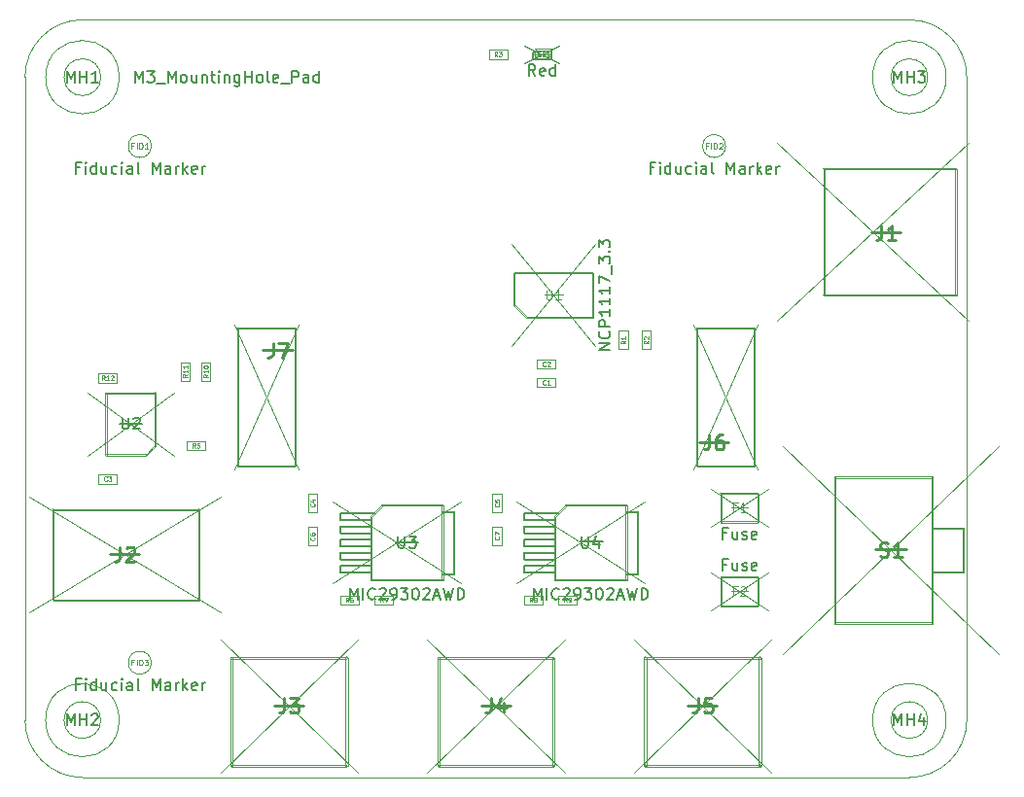
<source format=gbr>
%TF.GenerationSoftware,KiCad,Pcbnew,9.0.6*%
%TF.CreationDate,2026-01-04T20:51:55+00:00*%
%TF.ProjectId,COMET1_PWR_Board,434f4d45-5431-45f5-9057-525f426f6172,rev?*%
%TF.SameCoordinates,Original*%
%TF.FileFunction,AssemblyDrawing,Top*%
%FSLAX46Y46*%
G04 Gerber Fmt 4.6, Leading zero omitted, Abs format (unit mm)*
G04 Created by KiCad (PCBNEW 9.0.6) date 2026-01-04 20:51:55*
%MOMM*%
%LPD*%
G01*
G04 APERTURE LIST*
%ADD10C,0.100000*%
%ADD11C,0.254000*%
%ADD12C,0.060000*%
%ADD13C,0.150000*%
%ADD14C,0.120000*%
%ADD15C,0.080000*%
G04 APERTURE END LIST*
D10*
X188500000Y-133000000D02*
G75*
G02*
X183500000Y-138000000I-5000000J0D01*
G01*
X106500000Y-133000000D02*
X106500000Y-77000000D01*
X183500000Y-72000000D02*
G75*
G02*
X188500000Y-77000000I0J-5000000D01*
G01*
X188500000Y-77000000D02*
X188500000Y-133000000D01*
X111500000Y-138000000D02*
G75*
G02*
X106500000Y-133000000I0J5000000D01*
G01*
X111500000Y-138000000D02*
X183500000Y-138000000D01*
X111500000Y-72000000D02*
X183500000Y-72000000D01*
X106500000Y-77000000D02*
G75*
G02*
X111500000Y-72000000I5000000J0D01*
G01*
D11*
X166076667Y-108154318D02*
X166076667Y-109061461D01*
X166076667Y-109061461D02*
X166016190Y-109242889D01*
X166016190Y-109242889D02*
X165895238Y-109363842D01*
X165895238Y-109363842D02*
X165713809Y-109424318D01*
X165713809Y-109424318D02*
X165592857Y-109424318D01*
X167225714Y-108154318D02*
X166983809Y-108154318D01*
X166983809Y-108154318D02*
X166862857Y-108214794D01*
X166862857Y-108214794D02*
X166802381Y-108275270D01*
X166802381Y-108275270D02*
X166681428Y-108456699D01*
X166681428Y-108456699D02*
X166620952Y-108698603D01*
X166620952Y-108698603D02*
X166620952Y-109182413D01*
X166620952Y-109182413D02*
X166681428Y-109303365D01*
X166681428Y-109303365D02*
X166741905Y-109363842D01*
X166741905Y-109363842D02*
X166862857Y-109424318D01*
X166862857Y-109424318D02*
X167104762Y-109424318D01*
X167104762Y-109424318D02*
X167225714Y-109363842D01*
X167225714Y-109363842D02*
X167286190Y-109303365D01*
X167286190Y-109303365D02*
X167346667Y-109182413D01*
X167346667Y-109182413D02*
X167346667Y-108880032D01*
X167346667Y-108880032D02*
X167286190Y-108759080D01*
X167286190Y-108759080D02*
X167225714Y-108698603D01*
X167225714Y-108698603D02*
X167104762Y-108638127D01*
X167104762Y-108638127D02*
X166862857Y-108638127D01*
X166862857Y-108638127D02*
X166741905Y-108698603D01*
X166741905Y-108698603D02*
X166681428Y-108759080D01*
X166681428Y-108759080D02*
X166620952Y-108880032D01*
X165221524Y-108789318D02*
X167727667Y-108789318D01*
D12*
X153673333Y-122721927D02*
X153540000Y-122531451D01*
X153444762Y-122721927D02*
X153444762Y-122321927D01*
X153444762Y-122321927D02*
X153597143Y-122321927D01*
X153597143Y-122321927D02*
X153635238Y-122340975D01*
X153635238Y-122340975D02*
X153654285Y-122360022D01*
X153654285Y-122360022D02*
X153673333Y-122398118D01*
X153673333Y-122398118D02*
X153673333Y-122455260D01*
X153673333Y-122455260D02*
X153654285Y-122493356D01*
X153654285Y-122493356D02*
X153635238Y-122512403D01*
X153635238Y-122512403D02*
X153597143Y-122531451D01*
X153597143Y-122531451D02*
X153444762Y-122531451D01*
X153863809Y-122721927D02*
X153940000Y-122721927D01*
X153940000Y-122721927D02*
X153978095Y-122702880D01*
X153978095Y-122702880D02*
X153997143Y-122683832D01*
X153997143Y-122683832D02*
X154035238Y-122626689D01*
X154035238Y-122626689D02*
X154054285Y-122550499D01*
X154054285Y-122550499D02*
X154054285Y-122398118D01*
X154054285Y-122398118D02*
X154035238Y-122360022D01*
X154035238Y-122360022D02*
X154016190Y-122340975D01*
X154016190Y-122340975D02*
X153978095Y-122321927D01*
X153978095Y-122321927D02*
X153901904Y-122321927D01*
X153901904Y-122321927D02*
X153863809Y-122340975D01*
X153863809Y-122340975D02*
X153844762Y-122360022D01*
X153844762Y-122360022D02*
X153825714Y-122398118D01*
X153825714Y-122398118D02*
X153825714Y-122493356D01*
X153825714Y-122493356D02*
X153844762Y-122531451D01*
X153844762Y-122531451D02*
X153863809Y-122550499D01*
X153863809Y-122550499D02*
X153901904Y-122569546D01*
X153901904Y-122569546D02*
X153978095Y-122569546D01*
X153978095Y-122569546D02*
X154016190Y-122550499D01*
X154016190Y-122550499D02*
X154035238Y-122531451D01*
X154035238Y-122531451D02*
X154054285Y-122493356D01*
X120631927Y-102882142D02*
X120441451Y-103015475D01*
X120631927Y-103110713D02*
X120231927Y-103110713D01*
X120231927Y-103110713D02*
X120231927Y-102958332D01*
X120231927Y-102958332D02*
X120250975Y-102920237D01*
X120250975Y-102920237D02*
X120270022Y-102901190D01*
X120270022Y-102901190D02*
X120308118Y-102882142D01*
X120308118Y-102882142D02*
X120365260Y-102882142D01*
X120365260Y-102882142D02*
X120403356Y-102901190D01*
X120403356Y-102901190D02*
X120422403Y-102920237D01*
X120422403Y-102920237D02*
X120441451Y-102958332D01*
X120441451Y-102958332D02*
X120441451Y-103110713D01*
X120631927Y-102501190D02*
X120631927Y-102729761D01*
X120631927Y-102615475D02*
X120231927Y-102615475D01*
X120231927Y-102615475D02*
X120289070Y-102653571D01*
X120289070Y-102653571D02*
X120327165Y-102691666D01*
X120327165Y-102691666D02*
X120346213Y-102729761D01*
X120631927Y-102120238D02*
X120631927Y-102348809D01*
X120631927Y-102234523D02*
X120231927Y-102234523D01*
X120231927Y-102234523D02*
X120289070Y-102272619D01*
X120289070Y-102272619D02*
X120327165Y-102310714D01*
X120327165Y-102310714D02*
X120346213Y-102348809D01*
X122431927Y-102882142D02*
X122241451Y-103015475D01*
X122431927Y-103110713D02*
X122031927Y-103110713D01*
X122031927Y-103110713D02*
X122031927Y-102958332D01*
X122031927Y-102958332D02*
X122050975Y-102920237D01*
X122050975Y-102920237D02*
X122070022Y-102901190D01*
X122070022Y-102901190D02*
X122108118Y-102882142D01*
X122108118Y-102882142D02*
X122165260Y-102882142D01*
X122165260Y-102882142D02*
X122203356Y-102901190D01*
X122203356Y-102901190D02*
X122222403Y-102920237D01*
X122222403Y-102920237D02*
X122241451Y-102958332D01*
X122241451Y-102958332D02*
X122241451Y-103110713D01*
X122431927Y-102501190D02*
X122431927Y-102729761D01*
X122431927Y-102615475D02*
X122031927Y-102615475D01*
X122031927Y-102615475D02*
X122089070Y-102653571D01*
X122089070Y-102653571D02*
X122127165Y-102691666D01*
X122127165Y-102691666D02*
X122146213Y-102729761D01*
X122031927Y-102253571D02*
X122031927Y-102215476D01*
X122031927Y-102215476D02*
X122050975Y-102177380D01*
X122050975Y-102177380D02*
X122070022Y-102158333D01*
X122070022Y-102158333D02*
X122108118Y-102139285D01*
X122108118Y-102139285D02*
X122184308Y-102120238D01*
X122184308Y-102120238D02*
X122279546Y-102120238D01*
X122279546Y-102120238D02*
X122355737Y-102139285D01*
X122355737Y-102139285D02*
X122393832Y-102158333D01*
X122393832Y-102158333D02*
X122412880Y-102177380D01*
X122412880Y-102177380D02*
X122431927Y-102215476D01*
X122431927Y-102215476D02*
X122431927Y-102253571D01*
X122431927Y-102253571D02*
X122412880Y-102291666D01*
X122412880Y-102291666D02*
X122393832Y-102310714D01*
X122393832Y-102310714D02*
X122355737Y-102329761D01*
X122355737Y-102329761D02*
X122279546Y-102348809D01*
X122279546Y-102348809D02*
X122184308Y-102348809D01*
X122184308Y-102348809D02*
X122108118Y-102329761D01*
X122108118Y-102329761D02*
X122070022Y-102310714D01*
X122070022Y-102310714D02*
X122050975Y-102291666D01*
X122050975Y-102291666D02*
X122031927Y-102253571D01*
D13*
X150931071Y-76884819D02*
X150597738Y-76408628D01*
X150359643Y-76884819D02*
X150359643Y-75884819D01*
X150359643Y-75884819D02*
X150740595Y-75884819D01*
X150740595Y-75884819D02*
X150835833Y-75932438D01*
X150835833Y-75932438D02*
X150883452Y-75980057D01*
X150883452Y-75980057D02*
X150931071Y-76075295D01*
X150931071Y-76075295D02*
X150931071Y-76218152D01*
X150931071Y-76218152D02*
X150883452Y-76313390D01*
X150883452Y-76313390D02*
X150835833Y-76361009D01*
X150835833Y-76361009D02*
X150740595Y-76408628D01*
X150740595Y-76408628D02*
X150359643Y-76408628D01*
X151740595Y-76837200D02*
X151645357Y-76884819D01*
X151645357Y-76884819D02*
X151454881Y-76884819D01*
X151454881Y-76884819D02*
X151359643Y-76837200D01*
X151359643Y-76837200D02*
X151312024Y-76741961D01*
X151312024Y-76741961D02*
X151312024Y-76361009D01*
X151312024Y-76361009D02*
X151359643Y-76265771D01*
X151359643Y-76265771D02*
X151454881Y-76218152D01*
X151454881Y-76218152D02*
X151645357Y-76218152D01*
X151645357Y-76218152D02*
X151740595Y-76265771D01*
X151740595Y-76265771D02*
X151788214Y-76361009D01*
X151788214Y-76361009D02*
X151788214Y-76456247D01*
X151788214Y-76456247D02*
X151312024Y-76551485D01*
X152645357Y-76884819D02*
X152645357Y-75884819D01*
X152645357Y-76837200D02*
X152550119Y-76884819D01*
X152550119Y-76884819D02*
X152359643Y-76884819D01*
X152359643Y-76884819D02*
X152264405Y-76837200D01*
X152264405Y-76837200D02*
X152216786Y-76789580D01*
X152216786Y-76789580D02*
X152169167Y-76694342D01*
X152169167Y-76694342D02*
X152169167Y-76408628D01*
X152169167Y-76408628D02*
X152216786Y-76313390D01*
X152216786Y-76313390D02*
X152264405Y-76265771D01*
X152264405Y-76265771D02*
X152359643Y-76218152D01*
X152359643Y-76218152D02*
X152550119Y-76218152D01*
X152550119Y-76218152D02*
X152645357Y-76265771D01*
D12*
X151054881Y-75181927D02*
X150864405Y-75181927D01*
X150864405Y-75181927D02*
X150864405Y-74781927D01*
X151188215Y-74972403D02*
X151321548Y-74972403D01*
X151378691Y-75181927D02*
X151188215Y-75181927D01*
X151188215Y-75181927D02*
X151188215Y-74781927D01*
X151188215Y-74781927D02*
X151378691Y-74781927D01*
X151550120Y-75181927D02*
X151550120Y-74781927D01*
X151550120Y-74781927D02*
X151645358Y-74781927D01*
X151645358Y-74781927D02*
X151702501Y-74800975D01*
X151702501Y-74800975D02*
X151740596Y-74839070D01*
X151740596Y-74839070D02*
X151759643Y-74877165D01*
X151759643Y-74877165D02*
X151778691Y-74953356D01*
X151778691Y-74953356D02*
X151778691Y-75010499D01*
X151778691Y-75010499D02*
X151759643Y-75086689D01*
X151759643Y-75086689D02*
X151740596Y-75124784D01*
X151740596Y-75124784D02*
X151702501Y-75162880D01*
X151702501Y-75162880D02*
X151645358Y-75181927D01*
X151645358Y-75181927D02*
X151550120Y-75181927D01*
X152159643Y-75181927D02*
X151931072Y-75181927D01*
X152045358Y-75181927D02*
X152045358Y-74781927D01*
X152045358Y-74781927D02*
X152007262Y-74839070D01*
X152007262Y-74839070D02*
X151969167Y-74877165D01*
X151969167Y-74877165D02*
X151931072Y-74896213D01*
X150774405Y-74981927D02*
X152247359Y-74981927D01*
X147618333Y-75181927D02*
X147485000Y-74991451D01*
X147389762Y-75181927D02*
X147389762Y-74781927D01*
X147389762Y-74781927D02*
X147542143Y-74781927D01*
X147542143Y-74781927D02*
X147580238Y-74800975D01*
X147580238Y-74800975D02*
X147599285Y-74820022D01*
X147599285Y-74820022D02*
X147618333Y-74858118D01*
X147618333Y-74858118D02*
X147618333Y-74915260D01*
X147618333Y-74915260D02*
X147599285Y-74953356D01*
X147599285Y-74953356D02*
X147580238Y-74972403D01*
X147580238Y-74972403D02*
X147542143Y-74991451D01*
X147542143Y-74991451D02*
X147389762Y-74991451D01*
X147751666Y-74781927D02*
X147999285Y-74781927D01*
X147999285Y-74781927D02*
X147865952Y-74934308D01*
X147865952Y-74934308D02*
X147923095Y-74934308D01*
X147923095Y-74934308D02*
X147961190Y-74953356D01*
X147961190Y-74953356D02*
X147980238Y-74972403D01*
X147980238Y-74972403D02*
X147999285Y-75010499D01*
X147999285Y-75010499D02*
X147999285Y-75105737D01*
X147999285Y-75105737D02*
X147980238Y-75143832D01*
X147980238Y-75143832D02*
X147961190Y-75162880D01*
X147961190Y-75162880D02*
X147923095Y-75181927D01*
X147923095Y-75181927D02*
X147808809Y-75181927D01*
X147808809Y-75181927D02*
X147770714Y-75162880D01*
X147770714Y-75162880D02*
X147751666Y-75143832D01*
X113633333Y-112143832D02*
X113614285Y-112162880D01*
X113614285Y-112162880D02*
X113557143Y-112181927D01*
X113557143Y-112181927D02*
X113519047Y-112181927D01*
X113519047Y-112181927D02*
X113461904Y-112162880D01*
X113461904Y-112162880D02*
X113423809Y-112124784D01*
X113423809Y-112124784D02*
X113404762Y-112086689D01*
X113404762Y-112086689D02*
X113385714Y-112010499D01*
X113385714Y-112010499D02*
X113385714Y-111953356D01*
X113385714Y-111953356D02*
X113404762Y-111877165D01*
X113404762Y-111877165D02*
X113423809Y-111839070D01*
X113423809Y-111839070D02*
X113461904Y-111800975D01*
X113461904Y-111800975D02*
X113519047Y-111781927D01*
X113519047Y-111781927D02*
X113557143Y-111781927D01*
X113557143Y-111781927D02*
X113614285Y-111800975D01*
X113614285Y-111800975D02*
X113633333Y-111820022D01*
X113766666Y-111781927D02*
X114014285Y-111781927D01*
X114014285Y-111781927D02*
X113880952Y-111934308D01*
X113880952Y-111934308D02*
X113938095Y-111934308D01*
X113938095Y-111934308D02*
X113976190Y-111953356D01*
X113976190Y-111953356D02*
X113995238Y-111972403D01*
X113995238Y-111972403D02*
X114014285Y-112010499D01*
X114014285Y-112010499D02*
X114014285Y-112105737D01*
X114014285Y-112105737D02*
X113995238Y-112143832D01*
X113995238Y-112143832D02*
X113976190Y-112162880D01*
X113976190Y-112162880D02*
X113938095Y-112181927D01*
X113938095Y-112181927D02*
X113823809Y-112181927D01*
X113823809Y-112181927D02*
X113785714Y-112162880D01*
X113785714Y-112162880D02*
X113766666Y-112143832D01*
D13*
X167557142Y-119451009D02*
X167223809Y-119451009D01*
X167223809Y-119974819D02*
X167223809Y-118974819D01*
X167223809Y-118974819D02*
X167699999Y-118974819D01*
X168509523Y-119308152D02*
X168509523Y-119974819D01*
X168080952Y-119308152D02*
X168080952Y-119831961D01*
X168080952Y-119831961D02*
X168128571Y-119927200D01*
X168128571Y-119927200D02*
X168223809Y-119974819D01*
X168223809Y-119974819D02*
X168366666Y-119974819D01*
X168366666Y-119974819D02*
X168461904Y-119927200D01*
X168461904Y-119927200D02*
X168509523Y-119879580D01*
X168938095Y-119927200D02*
X169033333Y-119974819D01*
X169033333Y-119974819D02*
X169223809Y-119974819D01*
X169223809Y-119974819D02*
X169319047Y-119927200D01*
X169319047Y-119927200D02*
X169366666Y-119831961D01*
X169366666Y-119831961D02*
X169366666Y-119784342D01*
X169366666Y-119784342D02*
X169319047Y-119689104D01*
X169319047Y-119689104D02*
X169223809Y-119641485D01*
X169223809Y-119641485D02*
X169080952Y-119641485D01*
X169080952Y-119641485D02*
X168985714Y-119593866D01*
X168985714Y-119593866D02*
X168938095Y-119498628D01*
X168938095Y-119498628D02*
X168938095Y-119451009D01*
X168938095Y-119451009D02*
X168985714Y-119355771D01*
X168985714Y-119355771D02*
X169080952Y-119308152D01*
X169080952Y-119308152D02*
X169223809Y-119308152D01*
X169223809Y-119308152D02*
X169319047Y-119355771D01*
X170176190Y-119927200D02*
X170080952Y-119974819D01*
X170080952Y-119974819D02*
X169890476Y-119974819D01*
X169890476Y-119974819D02*
X169795238Y-119927200D01*
X169795238Y-119927200D02*
X169747619Y-119831961D01*
X169747619Y-119831961D02*
X169747619Y-119451009D01*
X169747619Y-119451009D02*
X169795238Y-119355771D01*
X169795238Y-119355771D02*
X169890476Y-119308152D01*
X169890476Y-119308152D02*
X170080952Y-119308152D01*
X170080952Y-119308152D02*
X170176190Y-119355771D01*
X170176190Y-119355771D02*
X170223809Y-119451009D01*
X170223809Y-119451009D02*
X170223809Y-119546247D01*
X170223809Y-119546247D02*
X169747619Y-119641485D01*
D14*
X168433333Y-121744807D02*
X168166667Y-121744807D01*
X168166667Y-122163855D02*
X168166667Y-121363855D01*
X168166667Y-121363855D02*
X168547619Y-121363855D01*
X168814285Y-121440045D02*
X168852381Y-121401950D01*
X168852381Y-121401950D02*
X168928571Y-121363855D01*
X168928571Y-121363855D02*
X169119047Y-121363855D01*
X169119047Y-121363855D02*
X169195238Y-121401950D01*
X169195238Y-121401950D02*
X169233333Y-121440045D01*
X169233333Y-121440045D02*
X169271428Y-121516236D01*
X169271428Y-121516236D02*
X169271428Y-121592426D01*
X169271428Y-121592426D02*
X169233333Y-121706712D01*
X169233333Y-121706712D02*
X168776190Y-122163855D01*
X168776190Y-122163855D02*
X169271428Y-122163855D01*
X167986667Y-121763855D02*
X169451428Y-121763855D01*
D13*
X182166667Y-77454819D02*
X182166667Y-76454819D01*
X182166667Y-76454819D02*
X182500000Y-77169104D01*
X182500000Y-77169104D02*
X182833333Y-76454819D01*
X182833333Y-76454819D02*
X182833333Y-77454819D01*
X183309524Y-77454819D02*
X183309524Y-76454819D01*
X183309524Y-76931009D02*
X183880952Y-76931009D01*
X183880952Y-77454819D02*
X183880952Y-76454819D01*
X184261905Y-76454819D02*
X184880952Y-76454819D01*
X184880952Y-76454819D02*
X184547619Y-76835771D01*
X184547619Y-76835771D02*
X184690476Y-76835771D01*
X184690476Y-76835771D02*
X184785714Y-76883390D01*
X184785714Y-76883390D02*
X184833333Y-76931009D01*
X184833333Y-76931009D02*
X184880952Y-77026247D01*
X184880952Y-77026247D02*
X184880952Y-77264342D01*
X184880952Y-77264342D02*
X184833333Y-77359580D01*
X184833333Y-77359580D02*
X184785714Y-77407200D01*
X184785714Y-77407200D02*
X184690476Y-77454819D01*
X184690476Y-77454819D02*
X184404762Y-77454819D01*
X184404762Y-77454819D02*
X184309524Y-77407200D01*
X184309524Y-77407200D02*
X184261905Y-77359580D01*
X114953333Y-106665566D02*
X114953333Y-107458900D01*
X114953333Y-107458900D02*
X115000000Y-107552233D01*
X115000000Y-107552233D02*
X115046666Y-107598900D01*
X115046666Y-107598900D02*
X115140000Y-107645566D01*
X115140000Y-107645566D02*
X115326666Y-107645566D01*
X115326666Y-107645566D02*
X115420000Y-107598900D01*
X115420000Y-107598900D02*
X115466666Y-107552233D01*
X115466666Y-107552233D02*
X115513333Y-107458900D01*
X115513333Y-107458900D02*
X115513333Y-106665566D01*
X115933333Y-106758900D02*
X115980000Y-106712233D01*
X115980000Y-106712233D02*
X116073333Y-106665566D01*
X116073333Y-106665566D02*
X116306667Y-106665566D01*
X116306667Y-106665566D02*
X116400000Y-106712233D01*
X116400000Y-106712233D02*
X116446667Y-106758900D01*
X116446667Y-106758900D02*
X116493333Y-106852233D01*
X116493333Y-106852233D02*
X116493333Y-106945566D01*
X116493333Y-106945566D02*
X116446667Y-107085566D01*
X116446667Y-107085566D02*
X115886667Y-107645566D01*
X115886667Y-107645566D02*
X116493333Y-107645566D01*
X114728333Y-107155566D02*
X116718333Y-107155566D01*
D11*
X180932380Y-118714342D02*
X181113809Y-118774818D01*
X181113809Y-118774818D02*
X181416190Y-118774818D01*
X181416190Y-118774818D02*
X181537142Y-118714342D01*
X181537142Y-118714342D02*
X181597618Y-118653865D01*
X181597618Y-118653865D02*
X181658095Y-118532913D01*
X181658095Y-118532913D02*
X181658095Y-118411961D01*
X181658095Y-118411961D02*
X181597618Y-118291008D01*
X181597618Y-118291008D02*
X181537142Y-118230532D01*
X181537142Y-118230532D02*
X181416190Y-118170056D01*
X181416190Y-118170056D02*
X181174285Y-118109580D01*
X181174285Y-118109580D02*
X181053333Y-118049103D01*
X181053333Y-118049103D02*
X180992856Y-117988627D01*
X180992856Y-117988627D02*
X180932380Y-117867675D01*
X180932380Y-117867675D02*
X180932380Y-117746722D01*
X180932380Y-117746722D02*
X180992856Y-117625770D01*
X180992856Y-117625770D02*
X181053333Y-117565294D01*
X181053333Y-117565294D02*
X181174285Y-117504818D01*
X181174285Y-117504818D02*
X181476666Y-117504818D01*
X181476666Y-117504818D02*
X181658095Y-117565294D01*
X182867619Y-118774818D02*
X182141904Y-118774818D01*
X182504761Y-118774818D02*
X182504761Y-117504818D01*
X182504761Y-117504818D02*
X182383809Y-117686246D01*
X182383809Y-117686246D02*
X182262857Y-117807199D01*
X182262857Y-117807199D02*
X182141904Y-117867675D01*
X180551380Y-118139818D02*
X183238952Y-118139818D01*
D12*
X160781927Y-99966666D02*
X160591451Y-100099999D01*
X160781927Y-100195237D02*
X160381927Y-100195237D01*
X160381927Y-100195237D02*
X160381927Y-100042856D01*
X160381927Y-100042856D02*
X160400975Y-100004761D01*
X160400975Y-100004761D02*
X160420022Y-99985714D01*
X160420022Y-99985714D02*
X160458118Y-99966666D01*
X160458118Y-99966666D02*
X160515260Y-99966666D01*
X160515260Y-99966666D02*
X160553356Y-99985714D01*
X160553356Y-99985714D02*
X160572403Y-100004761D01*
X160572403Y-100004761D02*
X160591451Y-100042856D01*
X160591451Y-100042856D02*
X160591451Y-100195237D01*
X160420022Y-99814285D02*
X160400975Y-99795237D01*
X160400975Y-99795237D02*
X160381927Y-99757142D01*
X160381927Y-99757142D02*
X160381927Y-99661904D01*
X160381927Y-99661904D02*
X160400975Y-99623809D01*
X160400975Y-99623809D02*
X160420022Y-99604761D01*
X160420022Y-99604761D02*
X160458118Y-99585714D01*
X160458118Y-99585714D02*
X160496213Y-99585714D01*
X160496213Y-99585714D02*
X160553356Y-99604761D01*
X160553356Y-99604761D02*
X160781927Y-99833333D01*
X160781927Y-99833333D02*
X160781927Y-99585714D01*
D13*
X111261904Y-84881009D02*
X110928571Y-84881009D01*
X110928571Y-85404819D02*
X110928571Y-84404819D01*
X110928571Y-84404819D02*
X111404761Y-84404819D01*
X111785714Y-85404819D02*
X111785714Y-84738152D01*
X111785714Y-84404819D02*
X111738095Y-84452438D01*
X111738095Y-84452438D02*
X111785714Y-84500057D01*
X111785714Y-84500057D02*
X111833333Y-84452438D01*
X111833333Y-84452438D02*
X111785714Y-84404819D01*
X111785714Y-84404819D02*
X111785714Y-84500057D01*
X112690475Y-85404819D02*
X112690475Y-84404819D01*
X112690475Y-85357200D02*
X112595237Y-85404819D01*
X112595237Y-85404819D02*
X112404761Y-85404819D01*
X112404761Y-85404819D02*
X112309523Y-85357200D01*
X112309523Y-85357200D02*
X112261904Y-85309580D01*
X112261904Y-85309580D02*
X112214285Y-85214342D01*
X112214285Y-85214342D02*
X112214285Y-84928628D01*
X112214285Y-84928628D02*
X112261904Y-84833390D01*
X112261904Y-84833390D02*
X112309523Y-84785771D01*
X112309523Y-84785771D02*
X112404761Y-84738152D01*
X112404761Y-84738152D02*
X112595237Y-84738152D01*
X112595237Y-84738152D02*
X112690475Y-84785771D01*
X113595237Y-84738152D02*
X113595237Y-85404819D01*
X113166666Y-84738152D02*
X113166666Y-85261961D01*
X113166666Y-85261961D02*
X113214285Y-85357200D01*
X113214285Y-85357200D02*
X113309523Y-85404819D01*
X113309523Y-85404819D02*
X113452380Y-85404819D01*
X113452380Y-85404819D02*
X113547618Y-85357200D01*
X113547618Y-85357200D02*
X113595237Y-85309580D01*
X114499999Y-85357200D02*
X114404761Y-85404819D01*
X114404761Y-85404819D02*
X114214285Y-85404819D01*
X114214285Y-85404819D02*
X114119047Y-85357200D01*
X114119047Y-85357200D02*
X114071428Y-85309580D01*
X114071428Y-85309580D02*
X114023809Y-85214342D01*
X114023809Y-85214342D02*
X114023809Y-84928628D01*
X114023809Y-84928628D02*
X114071428Y-84833390D01*
X114071428Y-84833390D02*
X114119047Y-84785771D01*
X114119047Y-84785771D02*
X114214285Y-84738152D01*
X114214285Y-84738152D02*
X114404761Y-84738152D01*
X114404761Y-84738152D02*
X114499999Y-84785771D01*
X114928571Y-85404819D02*
X114928571Y-84738152D01*
X114928571Y-84404819D02*
X114880952Y-84452438D01*
X114880952Y-84452438D02*
X114928571Y-84500057D01*
X114928571Y-84500057D02*
X114976190Y-84452438D01*
X114976190Y-84452438D02*
X114928571Y-84404819D01*
X114928571Y-84404819D02*
X114928571Y-84500057D01*
X115833332Y-85404819D02*
X115833332Y-84881009D01*
X115833332Y-84881009D02*
X115785713Y-84785771D01*
X115785713Y-84785771D02*
X115690475Y-84738152D01*
X115690475Y-84738152D02*
X115499999Y-84738152D01*
X115499999Y-84738152D02*
X115404761Y-84785771D01*
X115833332Y-85357200D02*
X115738094Y-85404819D01*
X115738094Y-85404819D02*
X115499999Y-85404819D01*
X115499999Y-85404819D02*
X115404761Y-85357200D01*
X115404761Y-85357200D02*
X115357142Y-85261961D01*
X115357142Y-85261961D02*
X115357142Y-85166723D01*
X115357142Y-85166723D02*
X115404761Y-85071485D01*
X115404761Y-85071485D02*
X115499999Y-85023866D01*
X115499999Y-85023866D02*
X115738094Y-85023866D01*
X115738094Y-85023866D02*
X115833332Y-84976247D01*
X116452380Y-85404819D02*
X116357142Y-85357200D01*
X116357142Y-85357200D02*
X116309523Y-85261961D01*
X116309523Y-85261961D02*
X116309523Y-84404819D01*
X117595238Y-85404819D02*
X117595238Y-84404819D01*
X117595238Y-84404819D02*
X117928571Y-85119104D01*
X117928571Y-85119104D02*
X118261904Y-84404819D01*
X118261904Y-84404819D02*
X118261904Y-85404819D01*
X119166666Y-85404819D02*
X119166666Y-84881009D01*
X119166666Y-84881009D02*
X119119047Y-84785771D01*
X119119047Y-84785771D02*
X119023809Y-84738152D01*
X119023809Y-84738152D02*
X118833333Y-84738152D01*
X118833333Y-84738152D02*
X118738095Y-84785771D01*
X119166666Y-85357200D02*
X119071428Y-85404819D01*
X119071428Y-85404819D02*
X118833333Y-85404819D01*
X118833333Y-85404819D02*
X118738095Y-85357200D01*
X118738095Y-85357200D02*
X118690476Y-85261961D01*
X118690476Y-85261961D02*
X118690476Y-85166723D01*
X118690476Y-85166723D02*
X118738095Y-85071485D01*
X118738095Y-85071485D02*
X118833333Y-85023866D01*
X118833333Y-85023866D02*
X119071428Y-85023866D01*
X119071428Y-85023866D02*
X119166666Y-84976247D01*
X119642857Y-85404819D02*
X119642857Y-84738152D01*
X119642857Y-84928628D02*
X119690476Y-84833390D01*
X119690476Y-84833390D02*
X119738095Y-84785771D01*
X119738095Y-84785771D02*
X119833333Y-84738152D01*
X119833333Y-84738152D02*
X119928571Y-84738152D01*
X120261905Y-85404819D02*
X120261905Y-84404819D01*
X120357143Y-85023866D02*
X120642857Y-85404819D01*
X120642857Y-84738152D02*
X120261905Y-85119104D01*
X121452381Y-85357200D02*
X121357143Y-85404819D01*
X121357143Y-85404819D02*
X121166667Y-85404819D01*
X121166667Y-85404819D02*
X121071429Y-85357200D01*
X121071429Y-85357200D02*
X121023810Y-85261961D01*
X121023810Y-85261961D02*
X121023810Y-84881009D01*
X121023810Y-84881009D02*
X121071429Y-84785771D01*
X121071429Y-84785771D02*
X121166667Y-84738152D01*
X121166667Y-84738152D02*
X121357143Y-84738152D01*
X121357143Y-84738152D02*
X121452381Y-84785771D01*
X121452381Y-84785771D02*
X121500000Y-84881009D01*
X121500000Y-84881009D02*
X121500000Y-84976247D01*
X121500000Y-84976247D02*
X121023810Y-85071485D01*
X121928572Y-85404819D02*
X121928572Y-84738152D01*
X121928572Y-84928628D02*
X121976191Y-84833390D01*
X121976191Y-84833390D02*
X122023810Y-84785771D01*
X122023810Y-84785771D02*
X122119048Y-84738152D01*
X122119048Y-84738152D02*
X122214286Y-84738152D01*
D15*
X115964286Y-82965244D02*
X115797619Y-82965244D01*
X115797619Y-83227149D02*
X115797619Y-82727149D01*
X115797619Y-82727149D02*
X116035714Y-82727149D01*
X116226190Y-83227149D02*
X116226190Y-82727149D01*
X116464285Y-83227149D02*
X116464285Y-82727149D01*
X116464285Y-82727149D02*
X116583333Y-82727149D01*
X116583333Y-82727149D02*
X116654761Y-82750959D01*
X116654761Y-82750959D02*
X116702380Y-82798578D01*
X116702380Y-82798578D02*
X116726190Y-82846197D01*
X116726190Y-82846197D02*
X116749999Y-82941435D01*
X116749999Y-82941435D02*
X116749999Y-83012863D01*
X116749999Y-83012863D02*
X116726190Y-83108101D01*
X116726190Y-83108101D02*
X116702380Y-83155720D01*
X116702380Y-83155720D02*
X116654761Y-83203340D01*
X116654761Y-83203340D02*
X116583333Y-83227149D01*
X116583333Y-83227149D02*
X116464285Y-83227149D01*
X117226190Y-83227149D02*
X116940476Y-83227149D01*
X117083333Y-83227149D02*
X117083333Y-82727149D01*
X117083333Y-82727149D02*
X117035714Y-82798578D01*
X117035714Y-82798578D02*
X116988095Y-82846197D01*
X116988095Y-82846197D02*
X116940476Y-82870006D01*
D13*
X157454819Y-100761904D02*
X156454819Y-100761904D01*
X156454819Y-100761904D02*
X157454819Y-100190476D01*
X157454819Y-100190476D02*
X156454819Y-100190476D01*
X157359580Y-99142857D02*
X157407200Y-99190476D01*
X157407200Y-99190476D02*
X157454819Y-99333333D01*
X157454819Y-99333333D02*
X157454819Y-99428571D01*
X157454819Y-99428571D02*
X157407200Y-99571428D01*
X157407200Y-99571428D02*
X157311961Y-99666666D01*
X157311961Y-99666666D02*
X157216723Y-99714285D01*
X157216723Y-99714285D02*
X157026247Y-99761904D01*
X157026247Y-99761904D02*
X156883390Y-99761904D01*
X156883390Y-99761904D02*
X156692914Y-99714285D01*
X156692914Y-99714285D02*
X156597676Y-99666666D01*
X156597676Y-99666666D02*
X156502438Y-99571428D01*
X156502438Y-99571428D02*
X156454819Y-99428571D01*
X156454819Y-99428571D02*
X156454819Y-99333333D01*
X156454819Y-99333333D02*
X156502438Y-99190476D01*
X156502438Y-99190476D02*
X156550057Y-99142857D01*
X157454819Y-98714285D02*
X156454819Y-98714285D01*
X156454819Y-98714285D02*
X156454819Y-98333333D01*
X156454819Y-98333333D02*
X156502438Y-98238095D01*
X156502438Y-98238095D02*
X156550057Y-98190476D01*
X156550057Y-98190476D02*
X156645295Y-98142857D01*
X156645295Y-98142857D02*
X156788152Y-98142857D01*
X156788152Y-98142857D02*
X156883390Y-98190476D01*
X156883390Y-98190476D02*
X156931009Y-98238095D01*
X156931009Y-98238095D02*
X156978628Y-98333333D01*
X156978628Y-98333333D02*
X156978628Y-98714285D01*
X157454819Y-97190476D02*
X157454819Y-97761904D01*
X157454819Y-97476190D02*
X156454819Y-97476190D01*
X156454819Y-97476190D02*
X156597676Y-97571428D01*
X156597676Y-97571428D02*
X156692914Y-97666666D01*
X156692914Y-97666666D02*
X156740533Y-97761904D01*
X157454819Y-96238095D02*
X157454819Y-96809523D01*
X157454819Y-96523809D02*
X156454819Y-96523809D01*
X156454819Y-96523809D02*
X156597676Y-96619047D01*
X156597676Y-96619047D02*
X156692914Y-96714285D01*
X156692914Y-96714285D02*
X156740533Y-96809523D01*
X157454819Y-95285714D02*
X157454819Y-95857142D01*
X157454819Y-95571428D02*
X156454819Y-95571428D01*
X156454819Y-95571428D02*
X156597676Y-95666666D01*
X156597676Y-95666666D02*
X156692914Y-95761904D01*
X156692914Y-95761904D02*
X156740533Y-95857142D01*
X156454819Y-94952380D02*
X156454819Y-94285714D01*
X156454819Y-94285714D02*
X157454819Y-94714285D01*
X157550057Y-94142857D02*
X157550057Y-93380952D01*
X156454819Y-93238094D02*
X156454819Y-92619047D01*
X156454819Y-92619047D02*
X156835771Y-92952380D01*
X156835771Y-92952380D02*
X156835771Y-92809523D01*
X156835771Y-92809523D02*
X156883390Y-92714285D01*
X156883390Y-92714285D02*
X156931009Y-92666666D01*
X156931009Y-92666666D02*
X157026247Y-92619047D01*
X157026247Y-92619047D02*
X157264342Y-92619047D01*
X157264342Y-92619047D02*
X157359580Y-92666666D01*
X157359580Y-92666666D02*
X157407200Y-92714285D01*
X157407200Y-92714285D02*
X157454819Y-92809523D01*
X157454819Y-92809523D02*
X157454819Y-93095237D01*
X157454819Y-93095237D02*
X157407200Y-93190475D01*
X157407200Y-93190475D02*
X157359580Y-93238094D01*
X157359580Y-92190475D02*
X157407200Y-92142856D01*
X157407200Y-92142856D02*
X157454819Y-92190475D01*
X157454819Y-92190475D02*
X157407200Y-92238094D01*
X157407200Y-92238094D02*
X157359580Y-92190475D01*
X157359580Y-92190475D02*
X157454819Y-92190475D01*
X156454819Y-91809523D02*
X156454819Y-91190476D01*
X156454819Y-91190476D02*
X156835771Y-91523809D01*
X156835771Y-91523809D02*
X156835771Y-91380952D01*
X156835771Y-91380952D02*
X156883390Y-91285714D01*
X156883390Y-91285714D02*
X156931009Y-91238095D01*
X156931009Y-91238095D02*
X157026247Y-91190476D01*
X157026247Y-91190476D02*
X157264342Y-91190476D01*
X157264342Y-91190476D02*
X157359580Y-91238095D01*
X157359580Y-91238095D02*
X157407200Y-91285714D01*
X157407200Y-91285714D02*
X157454819Y-91380952D01*
X157454819Y-91380952D02*
X157454819Y-91666666D01*
X157454819Y-91666666D02*
X157407200Y-91761904D01*
X157407200Y-91761904D02*
X157359580Y-91809523D01*
D14*
X151890476Y-95563855D02*
X151890476Y-96211474D01*
X151890476Y-96211474D02*
X151928571Y-96287664D01*
X151928571Y-96287664D02*
X151966666Y-96325760D01*
X151966666Y-96325760D02*
X152042857Y-96363855D01*
X152042857Y-96363855D02*
X152195238Y-96363855D01*
X152195238Y-96363855D02*
X152271428Y-96325760D01*
X152271428Y-96325760D02*
X152309523Y-96287664D01*
X152309523Y-96287664D02*
X152347619Y-96211474D01*
X152347619Y-96211474D02*
X152347619Y-95563855D01*
X153147618Y-96363855D02*
X152690475Y-96363855D01*
X152919047Y-96363855D02*
X152919047Y-95563855D01*
X152919047Y-95563855D02*
X152842856Y-95678140D01*
X152842856Y-95678140D02*
X152766666Y-95754331D01*
X152766666Y-95754331D02*
X152690475Y-95792426D01*
X151710476Y-95964425D02*
X153323051Y-95964425D01*
D13*
X134787619Y-122494819D02*
X134787619Y-121494819D01*
X134787619Y-121494819D02*
X135120952Y-122209104D01*
X135120952Y-122209104D02*
X135454285Y-121494819D01*
X135454285Y-121494819D02*
X135454285Y-122494819D01*
X135930476Y-122494819D02*
X135930476Y-121494819D01*
X136978094Y-122399580D02*
X136930475Y-122447200D01*
X136930475Y-122447200D02*
X136787618Y-122494819D01*
X136787618Y-122494819D02*
X136692380Y-122494819D01*
X136692380Y-122494819D02*
X136549523Y-122447200D01*
X136549523Y-122447200D02*
X136454285Y-122351961D01*
X136454285Y-122351961D02*
X136406666Y-122256723D01*
X136406666Y-122256723D02*
X136359047Y-122066247D01*
X136359047Y-122066247D02*
X136359047Y-121923390D01*
X136359047Y-121923390D02*
X136406666Y-121732914D01*
X136406666Y-121732914D02*
X136454285Y-121637676D01*
X136454285Y-121637676D02*
X136549523Y-121542438D01*
X136549523Y-121542438D02*
X136692380Y-121494819D01*
X136692380Y-121494819D02*
X136787618Y-121494819D01*
X136787618Y-121494819D02*
X136930475Y-121542438D01*
X136930475Y-121542438D02*
X136978094Y-121590057D01*
X137359047Y-121590057D02*
X137406666Y-121542438D01*
X137406666Y-121542438D02*
X137501904Y-121494819D01*
X137501904Y-121494819D02*
X137739999Y-121494819D01*
X137739999Y-121494819D02*
X137835237Y-121542438D01*
X137835237Y-121542438D02*
X137882856Y-121590057D01*
X137882856Y-121590057D02*
X137930475Y-121685295D01*
X137930475Y-121685295D02*
X137930475Y-121780533D01*
X137930475Y-121780533D02*
X137882856Y-121923390D01*
X137882856Y-121923390D02*
X137311428Y-122494819D01*
X137311428Y-122494819D02*
X137930475Y-122494819D01*
X138406666Y-122494819D02*
X138597142Y-122494819D01*
X138597142Y-122494819D02*
X138692380Y-122447200D01*
X138692380Y-122447200D02*
X138739999Y-122399580D01*
X138739999Y-122399580D02*
X138835237Y-122256723D01*
X138835237Y-122256723D02*
X138882856Y-122066247D01*
X138882856Y-122066247D02*
X138882856Y-121685295D01*
X138882856Y-121685295D02*
X138835237Y-121590057D01*
X138835237Y-121590057D02*
X138787618Y-121542438D01*
X138787618Y-121542438D02*
X138692380Y-121494819D01*
X138692380Y-121494819D02*
X138501904Y-121494819D01*
X138501904Y-121494819D02*
X138406666Y-121542438D01*
X138406666Y-121542438D02*
X138359047Y-121590057D01*
X138359047Y-121590057D02*
X138311428Y-121685295D01*
X138311428Y-121685295D02*
X138311428Y-121923390D01*
X138311428Y-121923390D02*
X138359047Y-122018628D01*
X138359047Y-122018628D02*
X138406666Y-122066247D01*
X138406666Y-122066247D02*
X138501904Y-122113866D01*
X138501904Y-122113866D02*
X138692380Y-122113866D01*
X138692380Y-122113866D02*
X138787618Y-122066247D01*
X138787618Y-122066247D02*
X138835237Y-122018628D01*
X138835237Y-122018628D02*
X138882856Y-121923390D01*
X139216190Y-121494819D02*
X139835237Y-121494819D01*
X139835237Y-121494819D02*
X139501904Y-121875771D01*
X139501904Y-121875771D02*
X139644761Y-121875771D01*
X139644761Y-121875771D02*
X139739999Y-121923390D01*
X139739999Y-121923390D02*
X139787618Y-121971009D01*
X139787618Y-121971009D02*
X139835237Y-122066247D01*
X139835237Y-122066247D02*
X139835237Y-122304342D01*
X139835237Y-122304342D02*
X139787618Y-122399580D01*
X139787618Y-122399580D02*
X139739999Y-122447200D01*
X139739999Y-122447200D02*
X139644761Y-122494819D01*
X139644761Y-122494819D02*
X139359047Y-122494819D01*
X139359047Y-122494819D02*
X139263809Y-122447200D01*
X139263809Y-122447200D02*
X139216190Y-122399580D01*
X140454285Y-121494819D02*
X140549523Y-121494819D01*
X140549523Y-121494819D02*
X140644761Y-121542438D01*
X140644761Y-121542438D02*
X140692380Y-121590057D01*
X140692380Y-121590057D02*
X140739999Y-121685295D01*
X140739999Y-121685295D02*
X140787618Y-121875771D01*
X140787618Y-121875771D02*
X140787618Y-122113866D01*
X140787618Y-122113866D02*
X140739999Y-122304342D01*
X140739999Y-122304342D02*
X140692380Y-122399580D01*
X140692380Y-122399580D02*
X140644761Y-122447200D01*
X140644761Y-122447200D02*
X140549523Y-122494819D01*
X140549523Y-122494819D02*
X140454285Y-122494819D01*
X140454285Y-122494819D02*
X140359047Y-122447200D01*
X140359047Y-122447200D02*
X140311428Y-122399580D01*
X140311428Y-122399580D02*
X140263809Y-122304342D01*
X140263809Y-122304342D02*
X140216190Y-122113866D01*
X140216190Y-122113866D02*
X140216190Y-121875771D01*
X140216190Y-121875771D02*
X140263809Y-121685295D01*
X140263809Y-121685295D02*
X140311428Y-121590057D01*
X140311428Y-121590057D02*
X140359047Y-121542438D01*
X140359047Y-121542438D02*
X140454285Y-121494819D01*
X141168571Y-121590057D02*
X141216190Y-121542438D01*
X141216190Y-121542438D02*
X141311428Y-121494819D01*
X141311428Y-121494819D02*
X141549523Y-121494819D01*
X141549523Y-121494819D02*
X141644761Y-121542438D01*
X141644761Y-121542438D02*
X141692380Y-121590057D01*
X141692380Y-121590057D02*
X141739999Y-121685295D01*
X141739999Y-121685295D02*
X141739999Y-121780533D01*
X141739999Y-121780533D02*
X141692380Y-121923390D01*
X141692380Y-121923390D02*
X141120952Y-122494819D01*
X141120952Y-122494819D02*
X141739999Y-122494819D01*
X142120952Y-122209104D02*
X142597142Y-122209104D01*
X142025714Y-122494819D02*
X142359047Y-121494819D01*
X142359047Y-121494819D02*
X142692380Y-122494819D01*
X142930476Y-121494819D02*
X143168571Y-122494819D01*
X143168571Y-122494819D02*
X143359047Y-121780533D01*
X143359047Y-121780533D02*
X143549523Y-122494819D01*
X143549523Y-122494819D02*
X143787619Y-121494819D01*
X144168571Y-122494819D02*
X144168571Y-121494819D01*
X144168571Y-121494819D02*
X144406666Y-121494819D01*
X144406666Y-121494819D02*
X144549523Y-121542438D01*
X144549523Y-121542438D02*
X144644761Y-121637676D01*
X144644761Y-121637676D02*
X144692380Y-121732914D01*
X144692380Y-121732914D02*
X144739999Y-121923390D01*
X144739999Y-121923390D02*
X144739999Y-122066247D01*
X144739999Y-122066247D02*
X144692380Y-122256723D01*
X144692380Y-122256723D02*
X144644761Y-122351961D01*
X144644761Y-122351961D02*
X144549523Y-122447200D01*
X144549523Y-122447200D02*
X144406666Y-122494819D01*
X144406666Y-122494819D02*
X144168571Y-122494819D01*
X138978095Y-116994819D02*
X138978095Y-117804342D01*
X138978095Y-117804342D02*
X139025714Y-117899580D01*
X139025714Y-117899580D02*
X139073333Y-117947200D01*
X139073333Y-117947200D02*
X139168571Y-117994819D01*
X139168571Y-117994819D02*
X139359047Y-117994819D01*
X139359047Y-117994819D02*
X139454285Y-117947200D01*
X139454285Y-117947200D02*
X139501904Y-117899580D01*
X139501904Y-117899580D02*
X139549523Y-117804342D01*
X139549523Y-117804342D02*
X139549523Y-116994819D01*
X139930476Y-116994819D02*
X140549523Y-116994819D01*
X140549523Y-116994819D02*
X140216190Y-117375771D01*
X140216190Y-117375771D02*
X140359047Y-117375771D01*
X140359047Y-117375771D02*
X140454285Y-117423390D01*
X140454285Y-117423390D02*
X140501904Y-117471009D01*
X140501904Y-117471009D02*
X140549523Y-117566247D01*
X140549523Y-117566247D02*
X140549523Y-117804342D01*
X140549523Y-117804342D02*
X140501904Y-117899580D01*
X140501904Y-117899580D02*
X140454285Y-117947200D01*
X140454285Y-117947200D02*
X140359047Y-117994819D01*
X140359047Y-117994819D02*
X140073333Y-117994819D01*
X140073333Y-117994819D02*
X139978095Y-117947200D01*
X139978095Y-117947200D02*
X139930476Y-117899580D01*
X138753095Y-117494819D02*
X140774523Y-117494819D01*
D12*
X147743832Y-117016666D02*
X147762880Y-117035714D01*
X147762880Y-117035714D02*
X147781927Y-117092856D01*
X147781927Y-117092856D02*
X147781927Y-117130952D01*
X147781927Y-117130952D02*
X147762880Y-117188095D01*
X147762880Y-117188095D02*
X147724784Y-117226190D01*
X147724784Y-117226190D02*
X147686689Y-117245237D01*
X147686689Y-117245237D02*
X147610499Y-117264285D01*
X147610499Y-117264285D02*
X147553356Y-117264285D01*
X147553356Y-117264285D02*
X147477165Y-117245237D01*
X147477165Y-117245237D02*
X147439070Y-117226190D01*
X147439070Y-117226190D02*
X147400975Y-117188095D01*
X147400975Y-117188095D02*
X147381927Y-117130952D01*
X147381927Y-117130952D02*
X147381927Y-117092856D01*
X147381927Y-117092856D02*
X147400975Y-117035714D01*
X147400975Y-117035714D02*
X147420022Y-117016666D01*
X147381927Y-116883333D02*
X147381927Y-116616666D01*
X147381927Y-116616666D02*
X147781927Y-116788095D01*
D11*
X114776667Y-117904318D02*
X114776667Y-118811461D01*
X114776667Y-118811461D02*
X114716190Y-118992889D01*
X114716190Y-118992889D02*
X114595238Y-119113842D01*
X114595238Y-119113842D02*
X114413809Y-119174318D01*
X114413809Y-119174318D02*
X114292857Y-119174318D01*
X115320952Y-118025270D02*
X115381428Y-117964794D01*
X115381428Y-117964794D02*
X115502381Y-117904318D01*
X115502381Y-117904318D02*
X115804762Y-117904318D01*
X115804762Y-117904318D02*
X115925714Y-117964794D01*
X115925714Y-117964794D02*
X115986190Y-118025270D01*
X115986190Y-118025270D02*
X116046667Y-118146222D01*
X116046667Y-118146222D02*
X116046667Y-118267175D01*
X116046667Y-118267175D02*
X115986190Y-118448603D01*
X115986190Y-118448603D02*
X115260476Y-119174318D01*
X115260476Y-119174318D02*
X116046667Y-119174318D01*
X113921524Y-118539318D02*
X116427667Y-118539318D01*
D12*
X131693832Y-114166666D02*
X131712880Y-114185714D01*
X131712880Y-114185714D02*
X131731927Y-114242856D01*
X131731927Y-114242856D02*
X131731927Y-114280952D01*
X131731927Y-114280952D02*
X131712880Y-114338095D01*
X131712880Y-114338095D02*
X131674784Y-114376190D01*
X131674784Y-114376190D02*
X131636689Y-114395237D01*
X131636689Y-114395237D02*
X131560499Y-114414285D01*
X131560499Y-114414285D02*
X131503356Y-114414285D01*
X131503356Y-114414285D02*
X131427165Y-114395237D01*
X131427165Y-114395237D02*
X131389070Y-114376190D01*
X131389070Y-114376190D02*
X131350975Y-114338095D01*
X131350975Y-114338095D02*
X131331927Y-114280952D01*
X131331927Y-114280952D02*
X131331927Y-114242856D01*
X131331927Y-114242856D02*
X131350975Y-114185714D01*
X131350975Y-114185714D02*
X131370022Y-114166666D01*
X131465260Y-113823809D02*
X131731927Y-113823809D01*
X131312880Y-113919047D02*
X131598594Y-114014285D01*
X131598594Y-114014285D02*
X131598594Y-113766666D01*
D13*
X110166667Y-133454819D02*
X110166667Y-132454819D01*
X110166667Y-132454819D02*
X110500000Y-133169104D01*
X110500000Y-133169104D02*
X110833333Y-132454819D01*
X110833333Y-132454819D02*
X110833333Y-133454819D01*
X111309524Y-133454819D02*
X111309524Y-132454819D01*
X111309524Y-132931009D02*
X111880952Y-132931009D01*
X111880952Y-133454819D02*
X111880952Y-132454819D01*
X112309524Y-132550057D02*
X112357143Y-132502438D01*
X112357143Y-132502438D02*
X112452381Y-132454819D01*
X112452381Y-132454819D02*
X112690476Y-132454819D01*
X112690476Y-132454819D02*
X112785714Y-132502438D01*
X112785714Y-132502438D02*
X112833333Y-132550057D01*
X112833333Y-132550057D02*
X112880952Y-132645295D01*
X112880952Y-132645295D02*
X112880952Y-132740533D01*
X112880952Y-132740533D02*
X112833333Y-132883390D01*
X112833333Y-132883390D02*
X112261905Y-133454819D01*
X112261905Y-133454819D02*
X112880952Y-133454819D01*
D12*
X131693832Y-117066666D02*
X131712880Y-117085714D01*
X131712880Y-117085714D02*
X131731927Y-117142856D01*
X131731927Y-117142856D02*
X131731927Y-117180952D01*
X131731927Y-117180952D02*
X131712880Y-117238095D01*
X131712880Y-117238095D02*
X131674784Y-117276190D01*
X131674784Y-117276190D02*
X131636689Y-117295237D01*
X131636689Y-117295237D02*
X131560499Y-117314285D01*
X131560499Y-117314285D02*
X131503356Y-117314285D01*
X131503356Y-117314285D02*
X131427165Y-117295237D01*
X131427165Y-117295237D02*
X131389070Y-117276190D01*
X131389070Y-117276190D02*
X131350975Y-117238095D01*
X131350975Y-117238095D02*
X131331927Y-117180952D01*
X131331927Y-117180952D02*
X131331927Y-117142856D01*
X131331927Y-117142856D02*
X131350975Y-117085714D01*
X131350975Y-117085714D02*
X131370022Y-117066666D01*
X131331927Y-116723809D02*
X131331927Y-116799999D01*
X131331927Y-116799999D02*
X131350975Y-116838095D01*
X131350975Y-116838095D02*
X131370022Y-116857142D01*
X131370022Y-116857142D02*
X131427165Y-116895237D01*
X131427165Y-116895237D02*
X131503356Y-116914285D01*
X131503356Y-116914285D02*
X131655737Y-116914285D01*
X131655737Y-116914285D02*
X131693832Y-116895237D01*
X131693832Y-116895237D02*
X131712880Y-116876190D01*
X131712880Y-116876190D02*
X131731927Y-116838095D01*
X131731927Y-116838095D02*
X131731927Y-116761904D01*
X131731927Y-116761904D02*
X131712880Y-116723809D01*
X131712880Y-116723809D02*
X131693832Y-116704761D01*
X131693832Y-116704761D02*
X131655737Y-116685714D01*
X131655737Y-116685714D02*
X131560499Y-116685714D01*
X131560499Y-116685714D02*
X131522403Y-116704761D01*
X131522403Y-116704761D02*
X131503356Y-116723809D01*
X131503356Y-116723809D02*
X131484308Y-116761904D01*
X131484308Y-116761904D02*
X131484308Y-116838095D01*
X131484308Y-116838095D02*
X131503356Y-116876190D01*
X131503356Y-116876190D02*
X131522403Y-116895237D01*
X131522403Y-116895237D02*
X131560499Y-116914285D01*
D11*
X181076667Y-89904318D02*
X181076667Y-90811461D01*
X181076667Y-90811461D02*
X181016190Y-90992889D01*
X181016190Y-90992889D02*
X180895238Y-91113842D01*
X180895238Y-91113842D02*
X180713809Y-91174318D01*
X180713809Y-91174318D02*
X180592857Y-91174318D01*
X182346667Y-91174318D02*
X181620952Y-91174318D01*
X181983809Y-91174318D02*
X181983809Y-89904318D01*
X181983809Y-89904318D02*
X181862857Y-90085746D01*
X181862857Y-90085746D02*
X181741905Y-90206699D01*
X181741905Y-90206699D02*
X181620952Y-90267175D01*
X180221524Y-90540525D02*
X182718000Y-90540525D01*
X165076667Y-131104318D02*
X165076667Y-132011461D01*
X165076667Y-132011461D02*
X165016190Y-132192889D01*
X165016190Y-132192889D02*
X164895238Y-132313842D01*
X164895238Y-132313842D02*
X164713809Y-132374318D01*
X164713809Y-132374318D02*
X164592857Y-132374318D01*
X166286190Y-131104318D02*
X165681428Y-131104318D01*
X165681428Y-131104318D02*
X165620952Y-131709080D01*
X165620952Y-131709080D02*
X165681428Y-131648603D01*
X165681428Y-131648603D02*
X165802381Y-131588127D01*
X165802381Y-131588127D02*
X166104762Y-131588127D01*
X166104762Y-131588127D02*
X166225714Y-131648603D01*
X166225714Y-131648603D02*
X166286190Y-131709080D01*
X166286190Y-131709080D02*
X166346667Y-131830032D01*
X166346667Y-131830032D02*
X166346667Y-132132413D01*
X166346667Y-132132413D02*
X166286190Y-132253365D01*
X166286190Y-132253365D02*
X166225714Y-132313842D01*
X166225714Y-132313842D02*
X166104762Y-132374318D01*
X166104762Y-132374318D02*
X165802381Y-132374318D01*
X165802381Y-132374318D02*
X165681428Y-132313842D01*
X165681428Y-132313842D02*
X165620952Y-132253365D01*
X164221524Y-131739318D02*
X166727667Y-131739318D01*
D12*
X151833333Y-103743832D02*
X151814285Y-103762880D01*
X151814285Y-103762880D02*
X151757143Y-103781927D01*
X151757143Y-103781927D02*
X151719047Y-103781927D01*
X151719047Y-103781927D02*
X151661904Y-103762880D01*
X151661904Y-103762880D02*
X151623809Y-103724784D01*
X151623809Y-103724784D02*
X151604762Y-103686689D01*
X151604762Y-103686689D02*
X151585714Y-103610499D01*
X151585714Y-103610499D02*
X151585714Y-103553356D01*
X151585714Y-103553356D02*
X151604762Y-103477165D01*
X151604762Y-103477165D02*
X151623809Y-103439070D01*
X151623809Y-103439070D02*
X151661904Y-103400975D01*
X151661904Y-103400975D02*
X151719047Y-103381927D01*
X151719047Y-103381927D02*
X151757143Y-103381927D01*
X151757143Y-103381927D02*
X151814285Y-103400975D01*
X151814285Y-103400975D02*
X151833333Y-103420022D01*
X152214285Y-103781927D02*
X151985714Y-103781927D01*
X152100000Y-103781927D02*
X152100000Y-103381927D01*
X152100000Y-103381927D02*
X152061904Y-103439070D01*
X152061904Y-103439070D02*
X152023809Y-103477165D01*
X152023809Y-103477165D02*
X151985714Y-103496213D01*
X121333333Y-109281927D02*
X121200000Y-109091451D01*
X121104762Y-109281927D02*
X121104762Y-108881927D01*
X121104762Y-108881927D02*
X121257143Y-108881927D01*
X121257143Y-108881927D02*
X121295238Y-108900975D01*
X121295238Y-108900975D02*
X121314285Y-108920022D01*
X121314285Y-108920022D02*
X121333333Y-108958118D01*
X121333333Y-108958118D02*
X121333333Y-109015260D01*
X121333333Y-109015260D02*
X121314285Y-109053356D01*
X121314285Y-109053356D02*
X121295238Y-109072403D01*
X121295238Y-109072403D02*
X121257143Y-109091451D01*
X121257143Y-109091451D02*
X121104762Y-109091451D01*
X121695238Y-108881927D02*
X121504762Y-108881927D01*
X121504762Y-108881927D02*
X121485714Y-109072403D01*
X121485714Y-109072403D02*
X121504762Y-109053356D01*
X121504762Y-109053356D02*
X121542857Y-109034308D01*
X121542857Y-109034308D02*
X121638095Y-109034308D01*
X121638095Y-109034308D02*
X121676190Y-109053356D01*
X121676190Y-109053356D02*
X121695238Y-109072403D01*
X121695238Y-109072403D02*
X121714285Y-109110499D01*
X121714285Y-109110499D02*
X121714285Y-109205737D01*
X121714285Y-109205737D02*
X121695238Y-109243832D01*
X121695238Y-109243832D02*
X121676190Y-109262880D01*
X121676190Y-109262880D02*
X121638095Y-109281927D01*
X121638095Y-109281927D02*
X121542857Y-109281927D01*
X121542857Y-109281927D02*
X121504762Y-109262880D01*
X121504762Y-109262880D02*
X121485714Y-109243832D01*
X134673333Y-122721927D02*
X134540000Y-122531451D01*
X134444762Y-122721927D02*
X134444762Y-122321927D01*
X134444762Y-122321927D02*
X134597143Y-122321927D01*
X134597143Y-122321927D02*
X134635238Y-122340975D01*
X134635238Y-122340975D02*
X134654285Y-122360022D01*
X134654285Y-122360022D02*
X134673333Y-122398118D01*
X134673333Y-122398118D02*
X134673333Y-122455260D01*
X134673333Y-122455260D02*
X134654285Y-122493356D01*
X134654285Y-122493356D02*
X134635238Y-122512403D01*
X134635238Y-122512403D02*
X134597143Y-122531451D01*
X134597143Y-122531451D02*
X134444762Y-122531451D01*
X135016190Y-122321927D02*
X134940000Y-122321927D01*
X134940000Y-122321927D02*
X134901904Y-122340975D01*
X134901904Y-122340975D02*
X134882857Y-122360022D01*
X134882857Y-122360022D02*
X134844762Y-122417165D01*
X134844762Y-122417165D02*
X134825714Y-122493356D01*
X134825714Y-122493356D02*
X134825714Y-122645737D01*
X134825714Y-122645737D02*
X134844762Y-122683832D01*
X134844762Y-122683832D02*
X134863809Y-122702880D01*
X134863809Y-122702880D02*
X134901904Y-122721927D01*
X134901904Y-122721927D02*
X134978095Y-122721927D01*
X134978095Y-122721927D02*
X135016190Y-122702880D01*
X135016190Y-122702880D02*
X135035238Y-122683832D01*
X135035238Y-122683832D02*
X135054285Y-122645737D01*
X135054285Y-122645737D02*
X135054285Y-122550499D01*
X135054285Y-122550499D02*
X135035238Y-122512403D01*
X135035238Y-122512403D02*
X135016190Y-122493356D01*
X135016190Y-122493356D02*
X134978095Y-122474308D01*
X134978095Y-122474308D02*
X134901904Y-122474308D01*
X134901904Y-122474308D02*
X134863809Y-122493356D01*
X134863809Y-122493356D02*
X134844762Y-122512403D01*
X134844762Y-122512403D02*
X134825714Y-122550499D01*
D13*
X182166667Y-133454819D02*
X182166667Y-132454819D01*
X182166667Y-132454819D02*
X182500000Y-133169104D01*
X182500000Y-133169104D02*
X182833333Y-132454819D01*
X182833333Y-132454819D02*
X182833333Y-133454819D01*
X183309524Y-133454819D02*
X183309524Y-132454819D01*
X183309524Y-132931009D02*
X183880952Y-132931009D01*
X183880952Y-133454819D02*
X183880952Y-132454819D01*
X184785714Y-132788152D02*
X184785714Y-133454819D01*
X184547619Y-132407200D02*
X184309524Y-133121485D01*
X184309524Y-133121485D02*
X184928571Y-133121485D01*
D12*
X137673333Y-122721927D02*
X137540000Y-122531451D01*
X137444762Y-122721927D02*
X137444762Y-122321927D01*
X137444762Y-122321927D02*
X137597143Y-122321927D01*
X137597143Y-122321927D02*
X137635238Y-122340975D01*
X137635238Y-122340975D02*
X137654285Y-122360022D01*
X137654285Y-122360022D02*
X137673333Y-122398118D01*
X137673333Y-122398118D02*
X137673333Y-122455260D01*
X137673333Y-122455260D02*
X137654285Y-122493356D01*
X137654285Y-122493356D02*
X137635238Y-122512403D01*
X137635238Y-122512403D02*
X137597143Y-122531451D01*
X137597143Y-122531451D02*
X137444762Y-122531451D01*
X137806666Y-122321927D02*
X138073333Y-122321927D01*
X138073333Y-122321927D02*
X137901904Y-122721927D01*
D13*
X161261904Y-84881009D02*
X160928571Y-84881009D01*
X160928571Y-85404819D02*
X160928571Y-84404819D01*
X160928571Y-84404819D02*
X161404761Y-84404819D01*
X161785714Y-85404819D02*
X161785714Y-84738152D01*
X161785714Y-84404819D02*
X161738095Y-84452438D01*
X161738095Y-84452438D02*
X161785714Y-84500057D01*
X161785714Y-84500057D02*
X161833333Y-84452438D01*
X161833333Y-84452438D02*
X161785714Y-84404819D01*
X161785714Y-84404819D02*
X161785714Y-84500057D01*
X162690475Y-85404819D02*
X162690475Y-84404819D01*
X162690475Y-85357200D02*
X162595237Y-85404819D01*
X162595237Y-85404819D02*
X162404761Y-85404819D01*
X162404761Y-85404819D02*
X162309523Y-85357200D01*
X162309523Y-85357200D02*
X162261904Y-85309580D01*
X162261904Y-85309580D02*
X162214285Y-85214342D01*
X162214285Y-85214342D02*
X162214285Y-84928628D01*
X162214285Y-84928628D02*
X162261904Y-84833390D01*
X162261904Y-84833390D02*
X162309523Y-84785771D01*
X162309523Y-84785771D02*
X162404761Y-84738152D01*
X162404761Y-84738152D02*
X162595237Y-84738152D01*
X162595237Y-84738152D02*
X162690475Y-84785771D01*
X163595237Y-84738152D02*
X163595237Y-85404819D01*
X163166666Y-84738152D02*
X163166666Y-85261961D01*
X163166666Y-85261961D02*
X163214285Y-85357200D01*
X163214285Y-85357200D02*
X163309523Y-85404819D01*
X163309523Y-85404819D02*
X163452380Y-85404819D01*
X163452380Y-85404819D02*
X163547618Y-85357200D01*
X163547618Y-85357200D02*
X163595237Y-85309580D01*
X164499999Y-85357200D02*
X164404761Y-85404819D01*
X164404761Y-85404819D02*
X164214285Y-85404819D01*
X164214285Y-85404819D02*
X164119047Y-85357200D01*
X164119047Y-85357200D02*
X164071428Y-85309580D01*
X164071428Y-85309580D02*
X164023809Y-85214342D01*
X164023809Y-85214342D02*
X164023809Y-84928628D01*
X164023809Y-84928628D02*
X164071428Y-84833390D01*
X164071428Y-84833390D02*
X164119047Y-84785771D01*
X164119047Y-84785771D02*
X164214285Y-84738152D01*
X164214285Y-84738152D02*
X164404761Y-84738152D01*
X164404761Y-84738152D02*
X164499999Y-84785771D01*
X164928571Y-85404819D02*
X164928571Y-84738152D01*
X164928571Y-84404819D02*
X164880952Y-84452438D01*
X164880952Y-84452438D02*
X164928571Y-84500057D01*
X164928571Y-84500057D02*
X164976190Y-84452438D01*
X164976190Y-84452438D02*
X164928571Y-84404819D01*
X164928571Y-84404819D02*
X164928571Y-84500057D01*
X165833332Y-85404819D02*
X165833332Y-84881009D01*
X165833332Y-84881009D02*
X165785713Y-84785771D01*
X165785713Y-84785771D02*
X165690475Y-84738152D01*
X165690475Y-84738152D02*
X165499999Y-84738152D01*
X165499999Y-84738152D02*
X165404761Y-84785771D01*
X165833332Y-85357200D02*
X165738094Y-85404819D01*
X165738094Y-85404819D02*
X165499999Y-85404819D01*
X165499999Y-85404819D02*
X165404761Y-85357200D01*
X165404761Y-85357200D02*
X165357142Y-85261961D01*
X165357142Y-85261961D02*
X165357142Y-85166723D01*
X165357142Y-85166723D02*
X165404761Y-85071485D01*
X165404761Y-85071485D02*
X165499999Y-85023866D01*
X165499999Y-85023866D02*
X165738094Y-85023866D01*
X165738094Y-85023866D02*
X165833332Y-84976247D01*
X166452380Y-85404819D02*
X166357142Y-85357200D01*
X166357142Y-85357200D02*
X166309523Y-85261961D01*
X166309523Y-85261961D02*
X166309523Y-84404819D01*
X167595238Y-85404819D02*
X167595238Y-84404819D01*
X167595238Y-84404819D02*
X167928571Y-85119104D01*
X167928571Y-85119104D02*
X168261904Y-84404819D01*
X168261904Y-84404819D02*
X168261904Y-85404819D01*
X169166666Y-85404819D02*
X169166666Y-84881009D01*
X169166666Y-84881009D02*
X169119047Y-84785771D01*
X169119047Y-84785771D02*
X169023809Y-84738152D01*
X169023809Y-84738152D02*
X168833333Y-84738152D01*
X168833333Y-84738152D02*
X168738095Y-84785771D01*
X169166666Y-85357200D02*
X169071428Y-85404819D01*
X169071428Y-85404819D02*
X168833333Y-85404819D01*
X168833333Y-85404819D02*
X168738095Y-85357200D01*
X168738095Y-85357200D02*
X168690476Y-85261961D01*
X168690476Y-85261961D02*
X168690476Y-85166723D01*
X168690476Y-85166723D02*
X168738095Y-85071485D01*
X168738095Y-85071485D02*
X168833333Y-85023866D01*
X168833333Y-85023866D02*
X169071428Y-85023866D01*
X169071428Y-85023866D02*
X169166666Y-84976247D01*
X169642857Y-85404819D02*
X169642857Y-84738152D01*
X169642857Y-84928628D02*
X169690476Y-84833390D01*
X169690476Y-84833390D02*
X169738095Y-84785771D01*
X169738095Y-84785771D02*
X169833333Y-84738152D01*
X169833333Y-84738152D02*
X169928571Y-84738152D01*
X170261905Y-85404819D02*
X170261905Y-84404819D01*
X170357143Y-85023866D02*
X170642857Y-85404819D01*
X170642857Y-84738152D02*
X170261905Y-85119104D01*
X171452381Y-85357200D02*
X171357143Y-85404819D01*
X171357143Y-85404819D02*
X171166667Y-85404819D01*
X171166667Y-85404819D02*
X171071429Y-85357200D01*
X171071429Y-85357200D02*
X171023810Y-85261961D01*
X171023810Y-85261961D02*
X171023810Y-84881009D01*
X171023810Y-84881009D02*
X171071429Y-84785771D01*
X171071429Y-84785771D02*
X171166667Y-84738152D01*
X171166667Y-84738152D02*
X171357143Y-84738152D01*
X171357143Y-84738152D02*
X171452381Y-84785771D01*
X171452381Y-84785771D02*
X171500000Y-84881009D01*
X171500000Y-84881009D02*
X171500000Y-84976247D01*
X171500000Y-84976247D02*
X171023810Y-85071485D01*
X171928572Y-85404819D02*
X171928572Y-84738152D01*
X171928572Y-84928628D02*
X171976191Y-84833390D01*
X171976191Y-84833390D02*
X172023810Y-84785771D01*
X172023810Y-84785771D02*
X172119048Y-84738152D01*
X172119048Y-84738152D02*
X172214286Y-84738152D01*
D15*
X165964286Y-82965244D02*
X165797619Y-82965244D01*
X165797619Y-83227149D02*
X165797619Y-82727149D01*
X165797619Y-82727149D02*
X166035714Y-82727149D01*
X166226190Y-83227149D02*
X166226190Y-82727149D01*
X166464285Y-83227149D02*
X166464285Y-82727149D01*
X166464285Y-82727149D02*
X166583333Y-82727149D01*
X166583333Y-82727149D02*
X166654761Y-82750959D01*
X166654761Y-82750959D02*
X166702380Y-82798578D01*
X166702380Y-82798578D02*
X166726190Y-82846197D01*
X166726190Y-82846197D02*
X166749999Y-82941435D01*
X166749999Y-82941435D02*
X166749999Y-83012863D01*
X166749999Y-83012863D02*
X166726190Y-83108101D01*
X166726190Y-83108101D02*
X166702380Y-83155720D01*
X166702380Y-83155720D02*
X166654761Y-83203340D01*
X166654761Y-83203340D02*
X166583333Y-83227149D01*
X166583333Y-83227149D02*
X166464285Y-83227149D01*
X166940476Y-82774768D02*
X166964285Y-82750959D01*
X166964285Y-82750959D02*
X167011904Y-82727149D01*
X167011904Y-82727149D02*
X167130952Y-82727149D01*
X167130952Y-82727149D02*
X167178571Y-82750959D01*
X167178571Y-82750959D02*
X167202380Y-82774768D01*
X167202380Y-82774768D02*
X167226190Y-82822387D01*
X167226190Y-82822387D02*
X167226190Y-82870006D01*
X167226190Y-82870006D02*
X167202380Y-82941435D01*
X167202380Y-82941435D02*
X166916666Y-83227149D01*
X166916666Y-83227149D02*
X167226190Y-83227149D01*
D12*
X113442857Y-103381927D02*
X113309524Y-103191451D01*
X113214286Y-103381927D02*
X113214286Y-102981927D01*
X113214286Y-102981927D02*
X113366667Y-102981927D01*
X113366667Y-102981927D02*
X113404762Y-103000975D01*
X113404762Y-103000975D02*
X113423809Y-103020022D01*
X113423809Y-103020022D02*
X113442857Y-103058118D01*
X113442857Y-103058118D02*
X113442857Y-103115260D01*
X113442857Y-103115260D02*
X113423809Y-103153356D01*
X113423809Y-103153356D02*
X113404762Y-103172403D01*
X113404762Y-103172403D02*
X113366667Y-103191451D01*
X113366667Y-103191451D02*
X113214286Y-103191451D01*
X113823809Y-103381927D02*
X113595238Y-103381927D01*
X113709524Y-103381927D02*
X113709524Y-102981927D01*
X113709524Y-102981927D02*
X113671428Y-103039070D01*
X113671428Y-103039070D02*
X113633333Y-103077165D01*
X113633333Y-103077165D02*
X113595238Y-103096213D01*
X113976190Y-103020022D02*
X113995238Y-103000975D01*
X113995238Y-103000975D02*
X114033333Y-102981927D01*
X114033333Y-102981927D02*
X114128571Y-102981927D01*
X114128571Y-102981927D02*
X114166666Y-103000975D01*
X114166666Y-103000975D02*
X114185714Y-103020022D01*
X114185714Y-103020022D02*
X114204761Y-103058118D01*
X114204761Y-103058118D02*
X114204761Y-103096213D01*
X114204761Y-103096213D02*
X114185714Y-103153356D01*
X114185714Y-103153356D02*
X113957142Y-103381927D01*
X113957142Y-103381927D02*
X114204761Y-103381927D01*
D13*
X150787619Y-122494819D02*
X150787619Y-121494819D01*
X150787619Y-121494819D02*
X151120952Y-122209104D01*
X151120952Y-122209104D02*
X151454285Y-121494819D01*
X151454285Y-121494819D02*
X151454285Y-122494819D01*
X151930476Y-122494819D02*
X151930476Y-121494819D01*
X152978094Y-122399580D02*
X152930475Y-122447200D01*
X152930475Y-122447200D02*
X152787618Y-122494819D01*
X152787618Y-122494819D02*
X152692380Y-122494819D01*
X152692380Y-122494819D02*
X152549523Y-122447200D01*
X152549523Y-122447200D02*
X152454285Y-122351961D01*
X152454285Y-122351961D02*
X152406666Y-122256723D01*
X152406666Y-122256723D02*
X152359047Y-122066247D01*
X152359047Y-122066247D02*
X152359047Y-121923390D01*
X152359047Y-121923390D02*
X152406666Y-121732914D01*
X152406666Y-121732914D02*
X152454285Y-121637676D01*
X152454285Y-121637676D02*
X152549523Y-121542438D01*
X152549523Y-121542438D02*
X152692380Y-121494819D01*
X152692380Y-121494819D02*
X152787618Y-121494819D01*
X152787618Y-121494819D02*
X152930475Y-121542438D01*
X152930475Y-121542438D02*
X152978094Y-121590057D01*
X153359047Y-121590057D02*
X153406666Y-121542438D01*
X153406666Y-121542438D02*
X153501904Y-121494819D01*
X153501904Y-121494819D02*
X153739999Y-121494819D01*
X153739999Y-121494819D02*
X153835237Y-121542438D01*
X153835237Y-121542438D02*
X153882856Y-121590057D01*
X153882856Y-121590057D02*
X153930475Y-121685295D01*
X153930475Y-121685295D02*
X153930475Y-121780533D01*
X153930475Y-121780533D02*
X153882856Y-121923390D01*
X153882856Y-121923390D02*
X153311428Y-122494819D01*
X153311428Y-122494819D02*
X153930475Y-122494819D01*
X154406666Y-122494819D02*
X154597142Y-122494819D01*
X154597142Y-122494819D02*
X154692380Y-122447200D01*
X154692380Y-122447200D02*
X154739999Y-122399580D01*
X154739999Y-122399580D02*
X154835237Y-122256723D01*
X154835237Y-122256723D02*
X154882856Y-122066247D01*
X154882856Y-122066247D02*
X154882856Y-121685295D01*
X154882856Y-121685295D02*
X154835237Y-121590057D01*
X154835237Y-121590057D02*
X154787618Y-121542438D01*
X154787618Y-121542438D02*
X154692380Y-121494819D01*
X154692380Y-121494819D02*
X154501904Y-121494819D01*
X154501904Y-121494819D02*
X154406666Y-121542438D01*
X154406666Y-121542438D02*
X154359047Y-121590057D01*
X154359047Y-121590057D02*
X154311428Y-121685295D01*
X154311428Y-121685295D02*
X154311428Y-121923390D01*
X154311428Y-121923390D02*
X154359047Y-122018628D01*
X154359047Y-122018628D02*
X154406666Y-122066247D01*
X154406666Y-122066247D02*
X154501904Y-122113866D01*
X154501904Y-122113866D02*
X154692380Y-122113866D01*
X154692380Y-122113866D02*
X154787618Y-122066247D01*
X154787618Y-122066247D02*
X154835237Y-122018628D01*
X154835237Y-122018628D02*
X154882856Y-121923390D01*
X155216190Y-121494819D02*
X155835237Y-121494819D01*
X155835237Y-121494819D02*
X155501904Y-121875771D01*
X155501904Y-121875771D02*
X155644761Y-121875771D01*
X155644761Y-121875771D02*
X155739999Y-121923390D01*
X155739999Y-121923390D02*
X155787618Y-121971009D01*
X155787618Y-121971009D02*
X155835237Y-122066247D01*
X155835237Y-122066247D02*
X155835237Y-122304342D01*
X155835237Y-122304342D02*
X155787618Y-122399580D01*
X155787618Y-122399580D02*
X155739999Y-122447200D01*
X155739999Y-122447200D02*
X155644761Y-122494819D01*
X155644761Y-122494819D02*
X155359047Y-122494819D01*
X155359047Y-122494819D02*
X155263809Y-122447200D01*
X155263809Y-122447200D02*
X155216190Y-122399580D01*
X156454285Y-121494819D02*
X156549523Y-121494819D01*
X156549523Y-121494819D02*
X156644761Y-121542438D01*
X156644761Y-121542438D02*
X156692380Y-121590057D01*
X156692380Y-121590057D02*
X156739999Y-121685295D01*
X156739999Y-121685295D02*
X156787618Y-121875771D01*
X156787618Y-121875771D02*
X156787618Y-122113866D01*
X156787618Y-122113866D02*
X156739999Y-122304342D01*
X156739999Y-122304342D02*
X156692380Y-122399580D01*
X156692380Y-122399580D02*
X156644761Y-122447200D01*
X156644761Y-122447200D02*
X156549523Y-122494819D01*
X156549523Y-122494819D02*
X156454285Y-122494819D01*
X156454285Y-122494819D02*
X156359047Y-122447200D01*
X156359047Y-122447200D02*
X156311428Y-122399580D01*
X156311428Y-122399580D02*
X156263809Y-122304342D01*
X156263809Y-122304342D02*
X156216190Y-122113866D01*
X156216190Y-122113866D02*
X156216190Y-121875771D01*
X156216190Y-121875771D02*
X156263809Y-121685295D01*
X156263809Y-121685295D02*
X156311428Y-121590057D01*
X156311428Y-121590057D02*
X156359047Y-121542438D01*
X156359047Y-121542438D02*
X156454285Y-121494819D01*
X157168571Y-121590057D02*
X157216190Y-121542438D01*
X157216190Y-121542438D02*
X157311428Y-121494819D01*
X157311428Y-121494819D02*
X157549523Y-121494819D01*
X157549523Y-121494819D02*
X157644761Y-121542438D01*
X157644761Y-121542438D02*
X157692380Y-121590057D01*
X157692380Y-121590057D02*
X157739999Y-121685295D01*
X157739999Y-121685295D02*
X157739999Y-121780533D01*
X157739999Y-121780533D02*
X157692380Y-121923390D01*
X157692380Y-121923390D02*
X157120952Y-122494819D01*
X157120952Y-122494819D02*
X157739999Y-122494819D01*
X158120952Y-122209104D02*
X158597142Y-122209104D01*
X158025714Y-122494819D02*
X158359047Y-121494819D01*
X158359047Y-121494819D02*
X158692380Y-122494819D01*
X158930476Y-121494819D02*
X159168571Y-122494819D01*
X159168571Y-122494819D02*
X159359047Y-121780533D01*
X159359047Y-121780533D02*
X159549523Y-122494819D01*
X159549523Y-122494819D02*
X159787619Y-121494819D01*
X160168571Y-122494819D02*
X160168571Y-121494819D01*
X160168571Y-121494819D02*
X160406666Y-121494819D01*
X160406666Y-121494819D02*
X160549523Y-121542438D01*
X160549523Y-121542438D02*
X160644761Y-121637676D01*
X160644761Y-121637676D02*
X160692380Y-121732914D01*
X160692380Y-121732914D02*
X160739999Y-121923390D01*
X160739999Y-121923390D02*
X160739999Y-122066247D01*
X160739999Y-122066247D02*
X160692380Y-122256723D01*
X160692380Y-122256723D02*
X160644761Y-122351961D01*
X160644761Y-122351961D02*
X160549523Y-122447200D01*
X160549523Y-122447200D02*
X160406666Y-122494819D01*
X160406666Y-122494819D02*
X160168571Y-122494819D01*
X154978095Y-116994819D02*
X154978095Y-117804342D01*
X154978095Y-117804342D02*
X155025714Y-117899580D01*
X155025714Y-117899580D02*
X155073333Y-117947200D01*
X155073333Y-117947200D02*
X155168571Y-117994819D01*
X155168571Y-117994819D02*
X155359047Y-117994819D01*
X155359047Y-117994819D02*
X155454285Y-117947200D01*
X155454285Y-117947200D02*
X155501904Y-117899580D01*
X155501904Y-117899580D02*
X155549523Y-117804342D01*
X155549523Y-117804342D02*
X155549523Y-116994819D01*
X156454285Y-117328152D02*
X156454285Y-117994819D01*
X156216190Y-116947200D02*
X155978095Y-117661485D01*
X155978095Y-117661485D02*
X156597142Y-117661485D01*
X154753095Y-117471104D02*
X156816433Y-117471104D01*
X111261904Y-129881009D02*
X110928571Y-129881009D01*
X110928571Y-130404819D02*
X110928571Y-129404819D01*
X110928571Y-129404819D02*
X111404761Y-129404819D01*
X111785714Y-130404819D02*
X111785714Y-129738152D01*
X111785714Y-129404819D02*
X111738095Y-129452438D01*
X111738095Y-129452438D02*
X111785714Y-129500057D01*
X111785714Y-129500057D02*
X111833333Y-129452438D01*
X111833333Y-129452438D02*
X111785714Y-129404819D01*
X111785714Y-129404819D02*
X111785714Y-129500057D01*
X112690475Y-130404819D02*
X112690475Y-129404819D01*
X112690475Y-130357200D02*
X112595237Y-130404819D01*
X112595237Y-130404819D02*
X112404761Y-130404819D01*
X112404761Y-130404819D02*
X112309523Y-130357200D01*
X112309523Y-130357200D02*
X112261904Y-130309580D01*
X112261904Y-130309580D02*
X112214285Y-130214342D01*
X112214285Y-130214342D02*
X112214285Y-129928628D01*
X112214285Y-129928628D02*
X112261904Y-129833390D01*
X112261904Y-129833390D02*
X112309523Y-129785771D01*
X112309523Y-129785771D02*
X112404761Y-129738152D01*
X112404761Y-129738152D02*
X112595237Y-129738152D01*
X112595237Y-129738152D02*
X112690475Y-129785771D01*
X113595237Y-129738152D02*
X113595237Y-130404819D01*
X113166666Y-129738152D02*
X113166666Y-130261961D01*
X113166666Y-130261961D02*
X113214285Y-130357200D01*
X113214285Y-130357200D02*
X113309523Y-130404819D01*
X113309523Y-130404819D02*
X113452380Y-130404819D01*
X113452380Y-130404819D02*
X113547618Y-130357200D01*
X113547618Y-130357200D02*
X113595237Y-130309580D01*
X114499999Y-130357200D02*
X114404761Y-130404819D01*
X114404761Y-130404819D02*
X114214285Y-130404819D01*
X114214285Y-130404819D02*
X114119047Y-130357200D01*
X114119047Y-130357200D02*
X114071428Y-130309580D01*
X114071428Y-130309580D02*
X114023809Y-130214342D01*
X114023809Y-130214342D02*
X114023809Y-129928628D01*
X114023809Y-129928628D02*
X114071428Y-129833390D01*
X114071428Y-129833390D02*
X114119047Y-129785771D01*
X114119047Y-129785771D02*
X114214285Y-129738152D01*
X114214285Y-129738152D02*
X114404761Y-129738152D01*
X114404761Y-129738152D02*
X114499999Y-129785771D01*
X114928571Y-130404819D02*
X114928571Y-129738152D01*
X114928571Y-129404819D02*
X114880952Y-129452438D01*
X114880952Y-129452438D02*
X114928571Y-129500057D01*
X114928571Y-129500057D02*
X114976190Y-129452438D01*
X114976190Y-129452438D02*
X114928571Y-129404819D01*
X114928571Y-129404819D02*
X114928571Y-129500057D01*
X115833332Y-130404819D02*
X115833332Y-129881009D01*
X115833332Y-129881009D02*
X115785713Y-129785771D01*
X115785713Y-129785771D02*
X115690475Y-129738152D01*
X115690475Y-129738152D02*
X115499999Y-129738152D01*
X115499999Y-129738152D02*
X115404761Y-129785771D01*
X115833332Y-130357200D02*
X115738094Y-130404819D01*
X115738094Y-130404819D02*
X115499999Y-130404819D01*
X115499999Y-130404819D02*
X115404761Y-130357200D01*
X115404761Y-130357200D02*
X115357142Y-130261961D01*
X115357142Y-130261961D02*
X115357142Y-130166723D01*
X115357142Y-130166723D02*
X115404761Y-130071485D01*
X115404761Y-130071485D02*
X115499999Y-130023866D01*
X115499999Y-130023866D02*
X115738094Y-130023866D01*
X115738094Y-130023866D02*
X115833332Y-129976247D01*
X116452380Y-130404819D02*
X116357142Y-130357200D01*
X116357142Y-130357200D02*
X116309523Y-130261961D01*
X116309523Y-130261961D02*
X116309523Y-129404819D01*
X117595238Y-130404819D02*
X117595238Y-129404819D01*
X117595238Y-129404819D02*
X117928571Y-130119104D01*
X117928571Y-130119104D02*
X118261904Y-129404819D01*
X118261904Y-129404819D02*
X118261904Y-130404819D01*
X119166666Y-130404819D02*
X119166666Y-129881009D01*
X119166666Y-129881009D02*
X119119047Y-129785771D01*
X119119047Y-129785771D02*
X119023809Y-129738152D01*
X119023809Y-129738152D02*
X118833333Y-129738152D01*
X118833333Y-129738152D02*
X118738095Y-129785771D01*
X119166666Y-130357200D02*
X119071428Y-130404819D01*
X119071428Y-130404819D02*
X118833333Y-130404819D01*
X118833333Y-130404819D02*
X118738095Y-130357200D01*
X118738095Y-130357200D02*
X118690476Y-130261961D01*
X118690476Y-130261961D02*
X118690476Y-130166723D01*
X118690476Y-130166723D02*
X118738095Y-130071485D01*
X118738095Y-130071485D02*
X118833333Y-130023866D01*
X118833333Y-130023866D02*
X119071428Y-130023866D01*
X119071428Y-130023866D02*
X119166666Y-129976247D01*
X119642857Y-130404819D02*
X119642857Y-129738152D01*
X119642857Y-129928628D02*
X119690476Y-129833390D01*
X119690476Y-129833390D02*
X119738095Y-129785771D01*
X119738095Y-129785771D02*
X119833333Y-129738152D01*
X119833333Y-129738152D02*
X119928571Y-129738152D01*
X120261905Y-130404819D02*
X120261905Y-129404819D01*
X120357143Y-130023866D02*
X120642857Y-130404819D01*
X120642857Y-129738152D02*
X120261905Y-130119104D01*
X121452381Y-130357200D02*
X121357143Y-130404819D01*
X121357143Y-130404819D02*
X121166667Y-130404819D01*
X121166667Y-130404819D02*
X121071429Y-130357200D01*
X121071429Y-130357200D02*
X121023810Y-130261961D01*
X121023810Y-130261961D02*
X121023810Y-129881009D01*
X121023810Y-129881009D02*
X121071429Y-129785771D01*
X121071429Y-129785771D02*
X121166667Y-129738152D01*
X121166667Y-129738152D02*
X121357143Y-129738152D01*
X121357143Y-129738152D02*
X121452381Y-129785771D01*
X121452381Y-129785771D02*
X121500000Y-129881009D01*
X121500000Y-129881009D02*
X121500000Y-129976247D01*
X121500000Y-129976247D02*
X121023810Y-130071485D01*
X121928572Y-130404819D02*
X121928572Y-129738152D01*
X121928572Y-129928628D02*
X121976191Y-129833390D01*
X121976191Y-129833390D02*
X122023810Y-129785771D01*
X122023810Y-129785771D02*
X122119048Y-129738152D01*
X122119048Y-129738152D02*
X122214286Y-129738152D01*
D15*
X115964286Y-127965244D02*
X115797619Y-127965244D01*
X115797619Y-128227149D02*
X115797619Y-127727149D01*
X115797619Y-127727149D02*
X116035714Y-127727149D01*
X116226190Y-128227149D02*
X116226190Y-127727149D01*
X116464285Y-128227149D02*
X116464285Y-127727149D01*
X116464285Y-127727149D02*
X116583333Y-127727149D01*
X116583333Y-127727149D02*
X116654761Y-127750959D01*
X116654761Y-127750959D02*
X116702380Y-127798578D01*
X116702380Y-127798578D02*
X116726190Y-127846197D01*
X116726190Y-127846197D02*
X116749999Y-127941435D01*
X116749999Y-127941435D02*
X116749999Y-128012863D01*
X116749999Y-128012863D02*
X116726190Y-128108101D01*
X116726190Y-128108101D02*
X116702380Y-128155720D01*
X116702380Y-128155720D02*
X116654761Y-128203340D01*
X116654761Y-128203340D02*
X116583333Y-128227149D01*
X116583333Y-128227149D02*
X116464285Y-128227149D01*
X116916666Y-127727149D02*
X117226190Y-127727149D01*
X117226190Y-127727149D02*
X117059523Y-127917625D01*
X117059523Y-127917625D02*
X117130952Y-127917625D01*
X117130952Y-127917625D02*
X117178571Y-127941435D01*
X117178571Y-127941435D02*
X117202380Y-127965244D01*
X117202380Y-127965244D02*
X117226190Y-128012863D01*
X117226190Y-128012863D02*
X117226190Y-128131911D01*
X117226190Y-128131911D02*
X117202380Y-128179530D01*
X117202380Y-128179530D02*
X117178571Y-128203340D01*
X117178571Y-128203340D02*
X117130952Y-128227149D01*
X117130952Y-128227149D02*
X116988095Y-128227149D01*
X116988095Y-128227149D02*
X116940476Y-128203340D01*
X116940476Y-128203340D02*
X116916666Y-128179530D01*
D11*
X128076667Y-100154318D02*
X128076667Y-101061461D01*
X128076667Y-101061461D02*
X128016190Y-101242889D01*
X128016190Y-101242889D02*
X127895238Y-101363842D01*
X127895238Y-101363842D02*
X127713809Y-101424318D01*
X127713809Y-101424318D02*
X127592857Y-101424318D01*
X128560476Y-100154318D02*
X129407143Y-100154318D01*
X129407143Y-100154318D02*
X128862857Y-101424318D01*
X127221524Y-100789318D02*
X129788134Y-100789318D01*
X147076667Y-131104318D02*
X147076667Y-132011461D01*
X147076667Y-132011461D02*
X147016190Y-132192889D01*
X147016190Y-132192889D02*
X146895238Y-132313842D01*
X146895238Y-132313842D02*
X146713809Y-132374318D01*
X146713809Y-132374318D02*
X146592857Y-132374318D01*
X148225714Y-131527651D02*
X148225714Y-132374318D01*
X147923333Y-131043842D02*
X147620952Y-131950984D01*
X147620952Y-131950984D02*
X148407143Y-131950984D01*
X146221524Y-131709239D02*
X148778476Y-131709239D01*
X129076667Y-131104318D02*
X129076667Y-132011461D01*
X129076667Y-132011461D02*
X129016190Y-132192889D01*
X129016190Y-132192889D02*
X128895238Y-132313842D01*
X128895238Y-132313842D02*
X128713809Y-132374318D01*
X128713809Y-132374318D02*
X128592857Y-132374318D01*
X129560476Y-131104318D02*
X130346667Y-131104318D01*
X130346667Y-131104318D02*
X129923333Y-131588127D01*
X129923333Y-131588127D02*
X130104762Y-131588127D01*
X130104762Y-131588127D02*
X130225714Y-131648603D01*
X130225714Y-131648603D02*
X130286190Y-131709080D01*
X130286190Y-131709080D02*
X130346667Y-131830032D01*
X130346667Y-131830032D02*
X130346667Y-132132413D01*
X130346667Y-132132413D02*
X130286190Y-132253365D01*
X130286190Y-132253365D02*
X130225714Y-132313842D01*
X130225714Y-132313842D02*
X130104762Y-132374318D01*
X130104762Y-132374318D02*
X129741905Y-132374318D01*
X129741905Y-132374318D02*
X129620952Y-132313842D01*
X129620952Y-132313842D02*
X129560476Y-132253365D01*
X128221524Y-131739318D02*
X130727667Y-131739318D01*
D12*
X158781927Y-99966666D02*
X158591451Y-100099999D01*
X158781927Y-100195237D02*
X158381927Y-100195237D01*
X158381927Y-100195237D02*
X158381927Y-100042856D01*
X158381927Y-100042856D02*
X158400975Y-100004761D01*
X158400975Y-100004761D02*
X158420022Y-99985714D01*
X158420022Y-99985714D02*
X158458118Y-99966666D01*
X158458118Y-99966666D02*
X158515260Y-99966666D01*
X158515260Y-99966666D02*
X158553356Y-99985714D01*
X158553356Y-99985714D02*
X158572403Y-100004761D01*
X158572403Y-100004761D02*
X158591451Y-100042856D01*
X158591451Y-100042856D02*
X158591451Y-100195237D01*
X158781927Y-99585714D02*
X158781927Y-99814285D01*
X158781927Y-99699999D02*
X158381927Y-99699999D01*
X158381927Y-99699999D02*
X158439070Y-99738095D01*
X158439070Y-99738095D02*
X158477165Y-99776190D01*
X158477165Y-99776190D02*
X158496213Y-99814285D01*
X151833333Y-102143832D02*
X151814285Y-102162880D01*
X151814285Y-102162880D02*
X151757143Y-102181927D01*
X151757143Y-102181927D02*
X151719047Y-102181927D01*
X151719047Y-102181927D02*
X151661904Y-102162880D01*
X151661904Y-102162880D02*
X151623809Y-102124784D01*
X151623809Y-102124784D02*
X151604762Y-102086689D01*
X151604762Y-102086689D02*
X151585714Y-102010499D01*
X151585714Y-102010499D02*
X151585714Y-101953356D01*
X151585714Y-101953356D02*
X151604762Y-101877165D01*
X151604762Y-101877165D02*
X151623809Y-101839070D01*
X151623809Y-101839070D02*
X151661904Y-101800975D01*
X151661904Y-101800975D02*
X151719047Y-101781927D01*
X151719047Y-101781927D02*
X151757143Y-101781927D01*
X151757143Y-101781927D02*
X151814285Y-101800975D01*
X151814285Y-101800975D02*
X151833333Y-101820022D01*
X151985714Y-101820022D02*
X152004762Y-101800975D01*
X152004762Y-101800975D02*
X152042857Y-101781927D01*
X152042857Y-101781927D02*
X152138095Y-101781927D01*
X152138095Y-101781927D02*
X152176190Y-101800975D01*
X152176190Y-101800975D02*
X152195238Y-101820022D01*
X152195238Y-101820022D02*
X152214285Y-101858118D01*
X152214285Y-101858118D02*
X152214285Y-101896213D01*
X152214285Y-101896213D02*
X152195238Y-101953356D01*
X152195238Y-101953356D02*
X151966666Y-102181927D01*
X151966666Y-102181927D02*
X152214285Y-102181927D01*
D13*
X116099999Y-77454819D02*
X116099999Y-76454819D01*
X116099999Y-76454819D02*
X116433332Y-77169104D01*
X116433332Y-77169104D02*
X116766665Y-76454819D01*
X116766665Y-76454819D02*
X116766665Y-77454819D01*
X117147618Y-76454819D02*
X117766665Y-76454819D01*
X117766665Y-76454819D02*
X117433332Y-76835771D01*
X117433332Y-76835771D02*
X117576189Y-76835771D01*
X117576189Y-76835771D02*
X117671427Y-76883390D01*
X117671427Y-76883390D02*
X117719046Y-76931009D01*
X117719046Y-76931009D02*
X117766665Y-77026247D01*
X117766665Y-77026247D02*
X117766665Y-77264342D01*
X117766665Y-77264342D02*
X117719046Y-77359580D01*
X117719046Y-77359580D02*
X117671427Y-77407200D01*
X117671427Y-77407200D02*
X117576189Y-77454819D01*
X117576189Y-77454819D02*
X117290475Y-77454819D01*
X117290475Y-77454819D02*
X117195237Y-77407200D01*
X117195237Y-77407200D02*
X117147618Y-77359580D01*
X117957142Y-77550057D02*
X118719046Y-77550057D01*
X118957142Y-77454819D02*
X118957142Y-76454819D01*
X118957142Y-76454819D02*
X119290475Y-77169104D01*
X119290475Y-77169104D02*
X119623808Y-76454819D01*
X119623808Y-76454819D02*
X119623808Y-77454819D01*
X120242856Y-77454819D02*
X120147618Y-77407200D01*
X120147618Y-77407200D02*
X120099999Y-77359580D01*
X120099999Y-77359580D02*
X120052380Y-77264342D01*
X120052380Y-77264342D02*
X120052380Y-76978628D01*
X120052380Y-76978628D02*
X120099999Y-76883390D01*
X120099999Y-76883390D02*
X120147618Y-76835771D01*
X120147618Y-76835771D02*
X120242856Y-76788152D01*
X120242856Y-76788152D02*
X120385713Y-76788152D01*
X120385713Y-76788152D02*
X120480951Y-76835771D01*
X120480951Y-76835771D02*
X120528570Y-76883390D01*
X120528570Y-76883390D02*
X120576189Y-76978628D01*
X120576189Y-76978628D02*
X120576189Y-77264342D01*
X120576189Y-77264342D02*
X120528570Y-77359580D01*
X120528570Y-77359580D02*
X120480951Y-77407200D01*
X120480951Y-77407200D02*
X120385713Y-77454819D01*
X120385713Y-77454819D02*
X120242856Y-77454819D01*
X121433332Y-76788152D02*
X121433332Y-77454819D01*
X121004761Y-76788152D02*
X121004761Y-77311961D01*
X121004761Y-77311961D02*
X121052380Y-77407200D01*
X121052380Y-77407200D02*
X121147618Y-77454819D01*
X121147618Y-77454819D02*
X121290475Y-77454819D01*
X121290475Y-77454819D02*
X121385713Y-77407200D01*
X121385713Y-77407200D02*
X121433332Y-77359580D01*
X121909523Y-76788152D02*
X121909523Y-77454819D01*
X121909523Y-76883390D02*
X121957142Y-76835771D01*
X121957142Y-76835771D02*
X122052380Y-76788152D01*
X122052380Y-76788152D02*
X122195237Y-76788152D01*
X122195237Y-76788152D02*
X122290475Y-76835771D01*
X122290475Y-76835771D02*
X122338094Y-76931009D01*
X122338094Y-76931009D02*
X122338094Y-77454819D01*
X122671428Y-76788152D02*
X123052380Y-76788152D01*
X122814285Y-76454819D02*
X122814285Y-77311961D01*
X122814285Y-77311961D02*
X122861904Y-77407200D01*
X122861904Y-77407200D02*
X122957142Y-77454819D01*
X122957142Y-77454819D02*
X123052380Y-77454819D01*
X123385714Y-77454819D02*
X123385714Y-76788152D01*
X123385714Y-76454819D02*
X123338095Y-76502438D01*
X123338095Y-76502438D02*
X123385714Y-76550057D01*
X123385714Y-76550057D02*
X123433333Y-76502438D01*
X123433333Y-76502438D02*
X123385714Y-76454819D01*
X123385714Y-76454819D02*
X123385714Y-76550057D01*
X123861904Y-76788152D02*
X123861904Y-77454819D01*
X123861904Y-76883390D02*
X123909523Y-76835771D01*
X123909523Y-76835771D02*
X124004761Y-76788152D01*
X124004761Y-76788152D02*
X124147618Y-76788152D01*
X124147618Y-76788152D02*
X124242856Y-76835771D01*
X124242856Y-76835771D02*
X124290475Y-76931009D01*
X124290475Y-76931009D02*
X124290475Y-77454819D01*
X125195237Y-76788152D02*
X125195237Y-77597676D01*
X125195237Y-77597676D02*
X125147618Y-77692914D01*
X125147618Y-77692914D02*
X125099999Y-77740533D01*
X125099999Y-77740533D02*
X125004761Y-77788152D01*
X125004761Y-77788152D02*
X124861904Y-77788152D01*
X124861904Y-77788152D02*
X124766666Y-77740533D01*
X125195237Y-77407200D02*
X125099999Y-77454819D01*
X125099999Y-77454819D02*
X124909523Y-77454819D01*
X124909523Y-77454819D02*
X124814285Y-77407200D01*
X124814285Y-77407200D02*
X124766666Y-77359580D01*
X124766666Y-77359580D02*
X124719047Y-77264342D01*
X124719047Y-77264342D02*
X124719047Y-76978628D01*
X124719047Y-76978628D02*
X124766666Y-76883390D01*
X124766666Y-76883390D02*
X124814285Y-76835771D01*
X124814285Y-76835771D02*
X124909523Y-76788152D01*
X124909523Y-76788152D02*
X125099999Y-76788152D01*
X125099999Y-76788152D02*
X125195237Y-76835771D01*
X125671428Y-77454819D02*
X125671428Y-76454819D01*
X125671428Y-76931009D02*
X126242856Y-76931009D01*
X126242856Y-77454819D02*
X126242856Y-76454819D01*
X126861904Y-77454819D02*
X126766666Y-77407200D01*
X126766666Y-77407200D02*
X126719047Y-77359580D01*
X126719047Y-77359580D02*
X126671428Y-77264342D01*
X126671428Y-77264342D02*
X126671428Y-76978628D01*
X126671428Y-76978628D02*
X126719047Y-76883390D01*
X126719047Y-76883390D02*
X126766666Y-76835771D01*
X126766666Y-76835771D02*
X126861904Y-76788152D01*
X126861904Y-76788152D02*
X127004761Y-76788152D01*
X127004761Y-76788152D02*
X127099999Y-76835771D01*
X127099999Y-76835771D02*
X127147618Y-76883390D01*
X127147618Y-76883390D02*
X127195237Y-76978628D01*
X127195237Y-76978628D02*
X127195237Y-77264342D01*
X127195237Y-77264342D02*
X127147618Y-77359580D01*
X127147618Y-77359580D02*
X127099999Y-77407200D01*
X127099999Y-77407200D02*
X127004761Y-77454819D01*
X127004761Y-77454819D02*
X126861904Y-77454819D01*
X127766666Y-77454819D02*
X127671428Y-77407200D01*
X127671428Y-77407200D02*
X127623809Y-77311961D01*
X127623809Y-77311961D02*
X127623809Y-76454819D01*
X128528571Y-77407200D02*
X128433333Y-77454819D01*
X128433333Y-77454819D02*
X128242857Y-77454819D01*
X128242857Y-77454819D02*
X128147619Y-77407200D01*
X128147619Y-77407200D02*
X128100000Y-77311961D01*
X128100000Y-77311961D02*
X128100000Y-76931009D01*
X128100000Y-76931009D02*
X128147619Y-76835771D01*
X128147619Y-76835771D02*
X128242857Y-76788152D01*
X128242857Y-76788152D02*
X128433333Y-76788152D01*
X128433333Y-76788152D02*
X128528571Y-76835771D01*
X128528571Y-76835771D02*
X128576190Y-76931009D01*
X128576190Y-76931009D02*
X128576190Y-77026247D01*
X128576190Y-77026247D02*
X128100000Y-77121485D01*
X128766667Y-77550057D02*
X129528571Y-77550057D01*
X129766667Y-77454819D02*
X129766667Y-76454819D01*
X129766667Y-76454819D02*
X130147619Y-76454819D01*
X130147619Y-76454819D02*
X130242857Y-76502438D01*
X130242857Y-76502438D02*
X130290476Y-76550057D01*
X130290476Y-76550057D02*
X130338095Y-76645295D01*
X130338095Y-76645295D02*
X130338095Y-76788152D01*
X130338095Y-76788152D02*
X130290476Y-76883390D01*
X130290476Y-76883390D02*
X130242857Y-76931009D01*
X130242857Y-76931009D02*
X130147619Y-76978628D01*
X130147619Y-76978628D02*
X129766667Y-76978628D01*
X131195238Y-77454819D02*
X131195238Y-76931009D01*
X131195238Y-76931009D02*
X131147619Y-76835771D01*
X131147619Y-76835771D02*
X131052381Y-76788152D01*
X131052381Y-76788152D02*
X130861905Y-76788152D01*
X130861905Y-76788152D02*
X130766667Y-76835771D01*
X131195238Y-77407200D02*
X131100000Y-77454819D01*
X131100000Y-77454819D02*
X130861905Y-77454819D01*
X130861905Y-77454819D02*
X130766667Y-77407200D01*
X130766667Y-77407200D02*
X130719048Y-77311961D01*
X130719048Y-77311961D02*
X130719048Y-77216723D01*
X130719048Y-77216723D02*
X130766667Y-77121485D01*
X130766667Y-77121485D02*
X130861905Y-77073866D01*
X130861905Y-77073866D02*
X131100000Y-77073866D01*
X131100000Y-77073866D02*
X131195238Y-77026247D01*
X132100000Y-77454819D02*
X132100000Y-76454819D01*
X132100000Y-77407200D02*
X132004762Y-77454819D01*
X132004762Y-77454819D02*
X131814286Y-77454819D01*
X131814286Y-77454819D02*
X131719048Y-77407200D01*
X131719048Y-77407200D02*
X131671429Y-77359580D01*
X131671429Y-77359580D02*
X131623810Y-77264342D01*
X131623810Y-77264342D02*
X131623810Y-76978628D01*
X131623810Y-76978628D02*
X131671429Y-76883390D01*
X131671429Y-76883390D02*
X131719048Y-76835771D01*
X131719048Y-76835771D02*
X131814286Y-76788152D01*
X131814286Y-76788152D02*
X132004762Y-76788152D01*
X132004762Y-76788152D02*
X132100000Y-76835771D01*
X110166667Y-77454819D02*
X110166667Y-76454819D01*
X110166667Y-76454819D02*
X110500000Y-77169104D01*
X110500000Y-77169104D02*
X110833333Y-76454819D01*
X110833333Y-76454819D02*
X110833333Y-77454819D01*
X111309524Y-77454819D02*
X111309524Y-76454819D01*
X111309524Y-76931009D02*
X111880952Y-76931009D01*
X111880952Y-77454819D02*
X111880952Y-76454819D01*
X112880952Y-77454819D02*
X112309524Y-77454819D01*
X112595238Y-77454819D02*
X112595238Y-76454819D01*
X112595238Y-76454819D02*
X112500000Y-76597676D01*
X112500000Y-76597676D02*
X112404762Y-76692914D01*
X112404762Y-76692914D02*
X112309524Y-76740533D01*
D12*
X150673333Y-122721927D02*
X150540000Y-122531451D01*
X150444762Y-122721927D02*
X150444762Y-122321927D01*
X150444762Y-122321927D02*
X150597143Y-122321927D01*
X150597143Y-122321927D02*
X150635238Y-122340975D01*
X150635238Y-122340975D02*
X150654285Y-122360022D01*
X150654285Y-122360022D02*
X150673333Y-122398118D01*
X150673333Y-122398118D02*
X150673333Y-122455260D01*
X150673333Y-122455260D02*
X150654285Y-122493356D01*
X150654285Y-122493356D02*
X150635238Y-122512403D01*
X150635238Y-122512403D02*
X150597143Y-122531451D01*
X150597143Y-122531451D02*
X150444762Y-122531451D01*
X150901904Y-122493356D02*
X150863809Y-122474308D01*
X150863809Y-122474308D02*
X150844762Y-122455260D01*
X150844762Y-122455260D02*
X150825714Y-122417165D01*
X150825714Y-122417165D02*
X150825714Y-122398118D01*
X150825714Y-122398118D02*
X150844762Y-122360022D01*
X150844762Y-122360022D02*
X150863809Y-122340975D01*
X150863809Y-122340975D02*
X150901904Y-122321927D01*
X150901904Y-122321927D02*
X150978095Y-122321927D01*
X150978095Y-122321927D02*
X151016190Y-122340975D01*
X151016190Y-122340975D02*
X151035238Y-122360022D01*
X151035238Y-122360022D02*
X151054285Y-122398118D01*
X151054285Y-122398118D02*
X151054285Y-122417165D01*
X151054285Y-122417165D02*
X151035238Y-122455260D01*
X151035238Y-122455260D02*
X151016190Y-122474308D01*
X151016190Y-122474308D02*
X150978095Y-122493356D01*
X150978095Y-122493356D02*
X150901904Y-122493356D01*
X150901904Y-122493356D02*
X150863809Y-122512403D01*
X150863809Y-122512403D02*
X150844762Y-122531451D01*
X150844762Y-122531451D02*
X150825714Y-122569546D01*
X150825714Y-122569546D02*
X150825714Y-122645737D01*
X150825714Y-122645737D02*
X150844762Y-122683832D01*
X150844762Y-122683832D02*
X150863809Y-122702880D01*
X150863809Y-122702880D02*
X150901904Y-122721927D01*
X150901904Y-122721927D02*
X150978095Y-122721927D01*
X150978095Y-122721927D02*
X151016190Y-122702880D01*
X151016190Y-122702880D02*
X151035238Y-122683832D01*
X151035238Y-122683832D02*
X151054285Y-122645737D01*
X151054285Y-122645737D02*
X151054285Y-122569546D01*
X151054285Y-122569546D02*
X151035238Y-122531451D01*
X151035238Y-122531451D02*
X151016190Y-122512403D01*
X151016190Y-122512403D02*
X150978095Y-122493356D01*
D13*
X167557142Y-116711009D02*
X167223809Y-116711009D01*
X167223809Y-117234819D02*
X167223809Y-116234819D01*
X167223809Y-116234819D02*
X167699999Y-116234819D01*
X168509523Y-116568152D02*
X168509523Y-117234819D01*
X168080952Y-116568152D02*
X168080952Y-117091961D01*
X168080952Y-117091961D02*
X168128571Y-117187200D01*
X168128571Y-117187200D02*
X168223809Y-117234819D01*
X168223809Y-117234819D02*
X168366666Y-117234819D01*
X168366666Y-117234819D02*
X168461904Y-117187200D01*
X168461904Y-117187200D02*
X168509523Y-117139580D01*
X168938095Y-117187200D02*
X169033333Y-117234819D01*
X169033333Y-117234819D02*
X169223809Y-117234819D01*
X169223809Y-117234819D02*
X169319047Y-117187200D01*
X169319047Y-117187200D02*
X169366666Y-117091961D01*
X169366666Y-117091961D02*
X169366666Y-117044342D01*
X169366666Y-117044342D02*
X169319047Y-116949104D01*
X169319047Y-116949104D02*
X169223809Y-116901485D01*
X169223809Y-116901485D02*
X169080952Y-116901485D01*
X169080952Y-116901485D02*
X168985714Y-116853866D01*
X168985714Y-116853866D02*
X168938095Y-116758628D01*
X168938095Y-116758628D02*
X168938095Y-116711009D01*
X168938095Y-116711009D02*
X168985714Y-116615771D01*
X168985714Y-116615771D02*
X169080952Y-116568152D01*
X169080952Y-116568152D02*
X169223809Y-116568152D01*
X169223809Y-116568152D02*
X169319047Y-116615771D01*
X170176190Y-117187200D02*
X170080952Y-117234819D01*
X170080952Y-117234819D02*
X169890476Y-117234819D01*
X169890476Y-117234819D02*
X169795238Y-117187200D01*
X169795238Y-117187200D02*
X169747619Y-117091961D01*
X169747619Y-117091961D02*
X169747619Y-116711009D01*
X169747619Y-116711009D02*
X169795238Y-116615771D01*
X169795238Y-116615771D02*
X169890476Y-116568152D01*
X169890476Y-116568152D02*
X170080952Y-116568152D01*
X170080952Y-116568152D02*
X170176190Y-116615771D01*
X170176190Y-116615771D02*
X170223809Y-116711009D01*
X170223809Y-116711009D02*
X170223809Y-116806247D01*
X170223809Y-116806247D02*
X169747619Y-116901485D01*
D14*
X168433333Y-114444807D02*
X168166667Y-114444807D01*
X168166667Y-114863855D02*
X168166667Y-114063855D01*
X168166667Y-114063855D02*
X168547619Y-114063855D01*
X169271428Y-114863855D02*
X168814285Y-114863855D01*
X169042857Y-114863855D02*
X169042857Y-114063855D01*
X169042857Y-114063855D02*
X168966666Y-114178140D01*
X168966666Y-114178140D02*
X168890476Y-114254331D01*
X168890476Y-114254331D02*
X168814285Y-114292426D01*
X167986667Y-114463855D02*
X169446861Y-114463855D01*
D12*
X147743832Y-114166666D02*
X147762880Y-114185714D01*
X147762880Y-114185714D02*
X147781927Y-114242856D01*
X147781927Y-114242856D02*
X147781927Y-114280952D01*
X147781927Y-114280952D02*
X147762880Y-114338095D01*
X147762880Y-114338095D02*
X147724784Y-114376190D01*
X147724784Y-114376190D02*
X147686689Y-114395237D01*
X147686689Y-114395237D02*
X147610499Y-114414285D01*
X147610499Y-114414285D02*
X147553356Y-114414285D01*
X147553356Y-114414285D02*
X147477165Y-114395237D01*
X147477165Y-114395237D02*
X147439070Y-114376190D01*
X147439070Y-114376190D02*
X147400975Y-114338095D01*
X147400975Y-114338095D02*
X147381927Y-114280952D01*
X147381927Y-114280952D02*
X147381927Y-114242856D01*
X147381927Y-114242856D02*
X147400975Y-114185714D01*
X147400975Y-114185714D02*
X147420022Y-114166666D01*
X147381927Y-113804761D02*
X147381927Y-113995237D01*
X147381927Y-113995237D02*
X147572403Y-114014285D01*
X147572403Y-114014285D02*
X147553356Y-113995237D01*
X147553356Y-113995237D02*
X147534308Y-113957142D01*
X147534308Y-113957142D02*
X147534308Y-113861904D01*
X147534308Y-113861904D02*
X147553356Y-113823809D01*
X147553356Y-113823809D02*
X147572403Y-113804761D01*
X147572403Y-113804761D02*
X147610499Y-113785714D01*
X147610499Y-113785714D02*
X147705737Y-113785714D01*
X147705737Y-113785714D02*
X147743832Y-113804761D01*
X147743832Y-113804761D02*
X147762880Y-113823809D01*
X147762880Y-113823809D02*
X147781927Y-113861904D01*
X147781927Y-113861904D02*
X147781927Y-113957142D01*
X147781927Y-113957142D02*
X147762880Y-113995237D01*
X147762880Y-113995237D02*
X147743832Y-114014285D01*
D10*
X170000000Y-110800000D02*
X165000000Y-110800000D01*
X165000000Y-110900000D02*
G75*
G02*
X165000000Y-110800000I0J50000D01*
G01*
X165000000Y-110900000D02*
X170000000Y-110900000D01*
X170000000Y-110900000D02*
G75*
G03*
X170000000Y-110800000I0J50000D01*
G01*
X169950000Y-98850000D02*
X169950000Y-110850000D01*
X170050000Y-110850000D02*
G75*
G02*
X169950000Y-110850000I-50000J0D01*
G01*
X170050000Y-110850000D02*
X170050000Y-98850000D01*
X170050000Y-98850000D02*
G75*
G03*
X169950000Y-98850000I-50000J0D01*
G01*
X165050000Y-110850000D02*
X165050000Y-98850000D01*
X164950000Y-98850000D02*
G75*
G02*
X165050000Y-98850000I50000J0D01*
G01*
X164950000Y-98850000D02*
X164950000Y-110850000D01*
X164950000Y-110850000D02*
G75*
G03*
X165050000Y-110850000I50000J0D01*
G01*
X165000000Y-98900000D02*
X170000000Y-98900000D01*
X170000000Y-98800000D02*
G75*
G02*
X170000000Y-98900000I0J-50000D01*
G01*
X170000000Y-98800000D02*
X165000000Y-98800000D01*
X165000000Y-98800000D02*
G75*
G03*
X165000000Y-98900000I0J-50000D01*
G01*
%TO.C,R9*%
X154540000Y-122940000D02*
X152940000Y-122940000D01*
X154540000Y-122140000D02*
X154540000Y-122940000D01*
X152940000Y-122940000D02*
X152940000Y-122140000D01*
X152940000Y-122140000D02*
X154540000Y-122140000D01*
%TO.C,R11*%
X120850000Y-103425000D02*
X120050000Y-103425000D01*
X120850000Y-101825000D02*
X120850000Y-103425000D01*
X120050000Y-103425000D02*
X120050000Y-101825000D01*
X120050000Y-101825000D02*
X120850000Y-101825000D01*
%TO.C,R10*%
X122650000Y-103425000D02*
X121850000Y-103425000D01*
X122650000Y-101825000D02*
X122650000Y-103425000D01*
X121850000Y-103425000D02*
X121850000Y-101825000D01*
X121850000Y-101825000D02*
X122650000Y-101825000D01*
X152352500Y-75400000D02*
X152352500Y-74600000D01*
X152252500Y-74600000D02*
G75*
G02*
X152352500Y-74600000I50000J0D01*
G01*
X152252500Y-74600000D02*
X152252500Y-75400000D01*
X152252500Y-75400000D02*
G75*
G03*
X152352500Y-75400000I50000J0D01*
G01*
X152302500Y-74550000D02*
X151002500Y-74550000D01*
X151002500Y-74650000D02*
G75*
G02*
X151002500Y-74550000I0J50000D01*
G01*
X151002500Y-74650000D02*
X152302500Y-74650000D01*
X152302500Y-74650000D02*
G75*
G03*
X152302500Y-74550000I0J50000D01*
G01*
X150967145Y-74564645D02*
X150667145Y-74864645D01*
X150737855Y-74935355D02*
G75*
G02*
X150667145Y-74864645I-35355J35355D01*
G01*
X150737855Y-74935355D02*
X151037855Y-74635355D01*
X151037855Y-74635355D02*
G75*
G03*
X150967145Y-74564645I-35355J35355D01*
G01*
X150702500Y-75450000D02*
X152302500Y-75450000D01*
X152302500Y-75350000D02*
G75*
G02*
X152302500Y-75450000I0J-50000D01*
G01*
X152302500Y-75350000D02*
X150702500Y-75350000D01*
X150702500Y-75350000D02*
G75*
G03*
X150702500Y-75450000I0J-50000D01*
G01*
X150652500Y-74900000D02*
X150652500Y-75400000D01*
X150752500Y-75400000D02*
G75*
G02*
X150652500Y-75400000I-50000J0D01*
G01*
X150752500Y-75400000D02*
X150752500Y-74900000D01*
X150752500Y-74900000D02*
G75*
G03*
X150652500Y-74900000I-50000J0D01*
G01*
%TO.C,R3*%
X148485000Y-75400000D02*
X146885000Y-75400000D01*
X148485000Y-74600000D02*
X148485000Y-75400000D01*
X146885000Y-75400000D02*
X146885000Y-74600000D01*
X146885000Y-74600000D02*
X148485000Y-74600000D01*
%TO.C,C3*%
X114500000Y-112400000D02*
X112900000Y-112400000D01*
X114500000Y-111600000D02*
X114500000Y-112400000D01*
X112900000Y-112400000D02*
X112900000Y-111600000D01*
X112900000Y-111600000D02*
X114500000Y-111600000D01*
X170300000Y-123000000D02*
X167100000Y-123000000D01*
X167100000Y-123100000D02*
G75*
G02*
X167100000Y-123000000I0J50000D01*
G01*
X167100000Y-123100000D02*
X170300000Y-123100000D01*
X170300000Y-123100000D02*
G75*
G03*
X170300000Y-123000000I0J50000D01*
G01*
X170250000Y-120550000D02*
X170250000Y-123050000D01*
X170350000Y-123050000D02*
G75*
G02*
X170250000Y-123050000I-50000J0D01*
G01*
X170350000Y-123050000D02*
X170350000Y-120550000D01*
X170350000Y-120550000D02*
G75*
G03*
X170250000Y-120550000I-50000J0D01*
G01*
X167150000Y-123050000D02*
X167150000Y-120550000D01*
X167050000Y-120550000D02*
G75*
G02*
X167150000Y-120550000I50000J0D01*
G01*
X167050000Y-120550000D02*
X167050000Y-123050000D01*
X167050000Y-123050000D02*
G75*
G03*
X167150000Y-123050000I50000J0D01*
G01*
X167100000Y-120600000D02*
X170300000Y-120600000D01*
X170300000Y-120500000D02*
G75*
G02*
X170300000Y-120600000I0J-50000D01*
G01*
X170300000Y-120500000D02*
X167100000Y-120500000D01*
X167100000Y-120500000D02*
G75*
G03*
X167100000Y-120600000I0J-50000D01*
G01*
%TO.C,MH3*%
X185100000Y-77000000D02*
G75*
G02*
X181900000Y-77000000I-1600000J0D01*
G01*
X181900000Y-77000000D02*
G75*
G02*
X185100000Y-77000000I1600000J0D01*
G01*
X186700000Y-77000000D02*
G75*
G02*
X180300000Y-77000000I-3200000J0D01*
G01*
X180300000Y-77000000D02*
G75*
G02*
X186700000Y-77000000I3200000J0D01*
G01*
X117900000Y-109105000D02*
X117900000Y-104505000D01*
X117800000Y-104505000D02*
G75*
G02*
X117900000Y-104505000I50000J0D01*
G01*
X117800000Y-104505000D02*
X117800000Y-109105000D01*
X117800000Y-109105000D02*
G75*
G03*
X117900000Y-109105000I50000J0D01*
G01*
X117850000Y-104455000D02*
X113550000Y-104455000D01*
X113550000Y-104555000D02*
G75*
G02*
X113550000Y-104455000I0J50000D01*
G01*
X113550000Y-104555000D02*
X117850000Y-104555000D01*
X117850000Y-104555000D02*
G75*
G03*
X117850000Y-104455000I0J50000D01*
G01*
X113500000Y-104505000D02*
X113500000Y-109905000D01*
X113600000Y-109905000D02*
G75*
G02*
X113500000Y-109905000I-50000J0D01*
G01*
X113600000Y-109905000D02*
X113600000Y-104505000D01*
X113600000Y-104505000D02*
G75*
G03*
X113500000Y-104505000I-50000J0D01*
G01*
X113550000Y-109955000D02*
X117050000Y-109955000D01*
X117050000Y-109855000D02*
G75*
G02*
X117050000Y-109955000I0J-50000D01*
G01*
X117050000Y-109855000D02*
X113550000Y-109855000D01*
X113550000Y-109855000D02*
G75*
G03*
X113550000Y-109955000I0J-50000D01*
G01*
X117085356Y-109940355D02*
X117885355Y-109140356D01*
X117814645Y-109069645D02*
G75*
G02*
X117885355Y-109140355I35355J-35355D01*
G01*
X117814644Y-109069645D02*
X117014645Y-109869644D01*
X117014645Y-109869645D02*
G75*
G03*
X117085355Y-109940355I35355J-35355D01*
G01*
X188269000Y-120130500D02*
X188269000Y-116270500D01*
X188169000Y-116270500D02*
G75*
G02*
X188269000Y-116270500I50000J0D01*
G01*
X188169000Y-116270500D02*
X188169000Y-120130500D01*
X188169000Y-120130500D02*
G75*
G03*
X188269000Y-120130500I50000J0D01*
G01*
X188219000Y-116220500D02*
X185499000Y-116220500D01*
X185499000Y-116320500D02*
G75*
G02*
X185499000Y-116220500I0J50000D01*
G01*
X185499000Y-116320500D02*
X188219000Y-116320500D01*
X188219000Y-116320500D02*
G75*
G03*
X188219000Y-116220500I0J50000D01*
G01*
X185499000Y-124500500D02*
X176999000Y-124500500D01*
X176999000Y-124600500D02*
G75*
G02*
X176999000Y-124500500I0J50000D01*
G01*
X176999000Y-124600500D02*
X185499000Y-124600500D01*
X185499000Y-124600500D02*
G75*
G03*
X185499000Y-124500500I0J50000D01*
G01*
X185499000Y-120180500D02*
X188219000Y-120180500D01*
X188219000Y-120080500D02*
G75*
G02*
X188219000Y-120180500I0J-50000D01*
G01*
X188219000Y-120080500D02*
X185499000Y-120080500D01*
X185499000Y-120080500D02*
G75*
G03*
X185499000Y-120180500I0J-50000D01*
G01*
X185449000Y-111850500D02*
X185449000Y-124550500D01*
X185549000Y-124550500D02*
G75*
G02*
X185449000Y-124550500I-50000J0D01*
G01*
X185549000Y-124550500D02*
X185549000Y-111850500D01*
X185549000Y-111850500D02*
G75*
G03*
X185449000Y-111850500I-50000J0D01*
G01*
X177049000Y-124550500D02*
X177049000Y-111850500D01*
X176949000Y-111850500D02*
G75*
G02*
X177049000Y-111850500I50000J0D01*
G01*
X176949000Y-111850500D02*
X176949000Y-124550500D01*
X176949000Y-124550500D02*
G75*
G03*
X177049000Y-124550500I50000J0D01*
G01*
X176999000Y-111900500D02*
X185499000Y-111900500D01*
X185499000Y-111800500D02*
G75*
G02*
X185499000Y-111900500I0J-50000D01*
G01*
X185499000Y-111800500D02*
X176999000Y-111800500D01*
X176999000Y-111800500D02*
G75*
G03*
X176999000Y-111900500I0J-50000D01*
G01*
%TO.C,R2*%
X161000000Y-100700000D02*
X160200000Y-100700000D01*
X161000000Y-99100000D02*
X161000000Y-100700000D01*
X160200000Y-100700000D02*
X160200000Y-99100000D01*
X160200000Y-99100000D02*
X161000000Y-99100000D01*
%TO.C,FID1*%
X117500000Y-83000000D02*
G75*
G02*
X115500000Y-83000000I-1000000J0D01*
G01*
X115500000Y-83000000D02*
G75*
G02*
X117500000Y-83000000I1000000J0D01*
G01*
X155950000Y-97950000D02*
X155950000Y-94050000D01*
X155850000Y-94050000D02*
G75*
G02*
X155950000Y-94050000I50000J0D01*
G01*
X155850000Y-94050000D02*
X155850000Y-97950000D01*
X155850000Y-97950000D02*
G75*
G03*
X155950000Y-97950000I50000J0D01*
G01*
X150200000Y-98000000D02*
X155900000Y-98000000D01*
X155900000Y-97900000D02*
G75*
G02*
X155900000Y-98000000I0J-50000D01*
G01*
X155900000Y-97900000D02*
X150200000Y-97900000D01*
X150200000Y-97900000D02*
G75*
G03*
X150200000Y-98000000I0J-50000D01*
G01*
X150235355Y-97914644D02*
X149135356Y-96814645D01*
X149064645Y-96885355D02*
G75*
G02*
X149135355Y-96814645I35355J35355D01*
G01*
X149064645Y-96885356D02*
X150164644Y-97985355D01*
X150164645Y-97985355D02*
G75*
G03*
X150235355Y-97914645I35355J35355D01*
G01*
X149150000Y-96850000D02*
X149150000Y-94050000D01*
X149050000Y-94050000D02*
G75*
G02*
X149150000Y-94050000I50000J0D01*
G01*
X149050000Y-94050000D02*
X149050000Y-96850000D01*
X149050000Y-96850000D02*
G75*
G03*
X149150000Y-96850000I50000J0D01*
G01*
X149100000Y-94100000D02*
X155900000Y-94100000D01*
X155900000Y-94000000D02*
G75*
G02*
X155900000Y-94100000I0J-50000D01*
G01*
X155900000Y-94000000D02*
X149100000Y-94000000D01*
X149100000Y-94000000D02*
G75*
G03*
X149100000Y-94100000I0J-50000D01*
G01*
X142800000Y-114290000D02*
X142800000Y-120790000D01*
X142900000Y-120790000D02*
G75*
G02*
X142800000Y-120790000I-50000J0D01*
G01*
X142900000Y-120790000D02*
X142900000Y-114290000D01*
X142900000Y-114290000D02*
G75*
G03*
X142800000Y-114290000I-50000J0D01*
G01*
X142850000Y-120740000D02*
X136630000Y-120740000D01*
X136630000Y-120840000D02*
G75*
G02*
X136630000Y-120740000I0J50000D01*
G01*
X136630000Y-120840000D02*
X142850000Y-120840000D01*
X142850000Y-120840000D02*
G75*
G03*
X142850000Y-120740000I0J50000D01*
G01*
X136680000Y-120790000D02*
X136680000Y-115290000D01*
X136580000Y-115290000D02*
G75*
G02*
X136680000Y-115290000I50000J0D01*
G01*
X136580000Y-115290000D02*
X136580000Y-120790000D01*
X136580000Y-120790000D02*
G75*
G03*
X136680000Y-120790000I50000J0D01*
G01*
X136665355Y-115325355D02*
X137665355Y-114325355D01*
X137594645Y-114254645D02*
G75*
G02*
X137665355Y-114325355I35355J-35355D01*
G01*
X137594645Y-114254645D02*
X136594645Y-115254645D01*
X136594645Y-115254645D02*
G75*
G03*
X136665355Y-115325355I35355J-35355D01*
G01*
X137630000Y-114340000D02*
X142850000Y-114340000D01*
X142850000Y-114240000D02*
G75*
G02*
X142850000Y-114340000I0J-50000D01*
G01*
X142850000Y-114240000D02*
X137630000Y-114240000D01*
X137630000Y-114240000D02*
G75*
G03*
X137630000Y-114340000I0J-50000D01*
G01*
X143850000Y-120190000D02*
X142850000Y-120190000D01*
X142850000Y-120290000D02*
G75*
G02*
X142850000Y-120190000I0J50000D01*
G01*
X142850000Y-120290000D02*
X143850000Y-120290000D01*
X143850000Y-120290000D02*
G75*
G03*
X143850000Y-120190000I0J50000D01*
G01*
X143800000Y-114840000D02*
X143800000Y-120240000D01*
X143900000Y-120240000D02*
G75*
G02*
X143800000Y-120240000I-50000J0D01*
G01*
X143900000Y-120240000D02*
X143900000Y-114840000D01*
X143900000Y-114840000D02*
G75*
G03*
X143800000Y-114840000I-50000J0D01*
G01*
X142850000Y-114890000D02*
X143850000Y-114890000D01*
X143850000Y-114790000D02*
G75*
G02*
X143850000Y-114890000I0J-50000D01*
G01*
X143850000Y-114790000D02*
X142850000Y-114790000D01*
X142850000Y-114790000D02*
G75*
G03*
X142850000Y-114890000I0J-50000D01*
G01*
X136960000Y-114910000D02*
X133930000Y-114910000D01*
X133930000Y-115010000D02*
G75*
G02*
X133930000Y-114910000I0J50000D01*
G01*
X133930000Y-115010000D02*
X136960000Y-115010000D01*
X136960000Y-115010000D02*
G75*
G03*
X136960000Y-114910000I0J50000D01*
G01*
X136630000Y-119470000D02*
X133930000Y-119470000D01*
X133930000Y-119570000D02*
G75*
G02*
X133930000Y-119470000I0J50000D01*
G01*
X133930000Y-119570000D02*
X136630000Y-119570000D01*
X136630000Y-119570000D02*
G75*
G03*
X136630000Y-119470000I0J50000D01*
G01*
X136630000Y-118330000D02*
X133930000Y-118330000D01*
X133930000Y-118430000D02*
G75*
G02*
X133930000Y-118330000I0J50000D01*
G01*
X133930000Y-118430000D02*
X136630000Y-118430000D01*
X136630000Y-118430000D02*
G75*
G03*
X136630000Y-118330000I0J50000D01*
G01*
X136630000Y-117190000D02*
X133930000Y-117190000D01*
X133930000Y-117290000D02*
G75*
G02*
X133930000Y-117190000I0J50000D01*
G01*
X133930000Y-117290000D02*
X136630000Y-117290000D01*
X136630000Y-117290000D02*
G75*
G03*
X136630000Y-117190000I0J50000D01*
G01*
X136630000Y-116050000D02*
X133930000Y-116050000D01*
X133930000Y-116150000D02*
G75*
G02*
X133930000Y-116050000I0J50000D01*
G01*
X133930000Y-116150000D02*
X136630000Y-116150000D01*
X136630000Y-116150000D02*
G75*
G03*
X136630000Y-116050000I0J50000D01*
G01*
X133930000Y-120170000D02*
X136630000Y-120170000D01*
X136630000Y-120070000D02*
G75*
G02*
X136630000Y-120170000I0J-50000D01*
G01*
X136630000Y-120070000D02*
X133930000Y-120070000D01*
X133930000Y-120070000D02*
G75*
G03*
X133930000Y-120170000I0J-50000D01*
G01*
X133880000Y-119520000D02*
X133880000Y-120120000D01*
X133980000Y-120120000D02*
G75*
G02*
X133880000Y-120120000I-50000J0D01*
G01*
X133980000Y-120120000D02*
X133980000Y-119520000D01*
X133980000Y-119520000D02*
G75*
G03*
X133880000Y-119520000I-50000J0D01*
G01*
X133930000Y-119030000D02*
X136630000Y-119030000D01*
X136630000Y-118930000D02*
G75*
G02*
X136630000Y-119030000I0J-50000D01*
G01*
X136630000Y-118930000D02*
X133930000Y-118930000D01*
X133930000Y-118930000D02*
G75*
G03*
X133930000Y-119030000I0J-50000D01*
G01*
X133880000Y-118380000D02*
X133880000Y-118980000D01*
X133980000Y-118980000D02*
G75*
G02*
X133880000Y-118980000I-50000J0D01*
G01*
X133980000Y-118980000D02*
X133980000Y-118380000D01*
X133980000Y-118380000D02*
G75*
G03*
X133880000Y-118380000I-50000J0D01*
G01*
X133930000Y-117890000D02*
X136630000Y-117890000D01*
X136630000Y-117790000D02*
G75*
G02*
X136630000Y-117890000I0J-50000D01*
G01*
X136630000Y-117790000D02*
X133930000Y-117790000D01*
X133930000Y-117790000D02*
G75*
G03*
X133930000Y-117890000I0J-50000D01*
G01*
X133880000Y-117240000D02*
X133880000Y-117840000D01*
X133980000Y-117840000D02*
G75*
G02*
X133880000Y-117840000I-50000J0D01*
G01*
X133980000Y-117840000D02*
X133980000Y-117240000D01*
X133980000Y-117240000D02*
G75*
G03*
X133880000Y-117240000I-50000J0D01*
G01*
X133930000Y-116750000D02*
X136630000Y-116750000D01*
X136630000Y-116650000D02*
G75*
G02*
X136630000Y-116750000I0J-50000D01*
G01*
X136630000Y-116650000D02*
X133930000Y-116650000D01*
X133930000Y-116650000D02*
G75*
G03*
X133930000Y-116750000I0J-50000D01*
G01*
X133880000Y-116100000D02*
X133880000Y-116700000D01*
X133980000Y-116700000D02*
G75*
G02*
X133880000Y-116700000I-50000J0D01*
G01*
X133980000Y-116700000D02*
X133980000Y-116100000D01*
X133980000Y-116100000D02*
G75*
G03*
X133880000Y-116100000I-50000J0D01*
G01*
X133930000Y-115610000D02*
X136630000Y-115610000D01*
X136630000Y-115510000D02*
G75*
G02*
X136630000Y-115610000I0J-50000D01*
G01*
X136630000Y-115510000D02*
X133930000Y-115510000D01*
X133930000Y-115510000D02*
G75*
G03*
X133930000Y-115610000I0J-50000D01*
G01*
X133880000Y-114960000D02*
X133880000Y-115560000D01*
X133980000Y-115560000D02*
G75*
G02*
X133880000Y-115560000I-50000J0D01*
G01*
X133980000Y-115560000D02*
X133980000Y-114960000D01*
X133980000Y-114960000D02*
G75*
G03*
X133880000Y-114960000I-50000J0D01*
G01*
%TO.C,C7*%
X148000000Y-117750000D02*
X147200000Y-117750000D01*
X148000000Y-116150000D02*
X148000000Y-117750000D01*
X147200000Y-117750000D02*
X147200000Y-116150000D01*
X147200000Y-116150000D02*
X148000000Y-116150000D01*
X121675000Y-122500000D02*
X108975000Y-122500000D01*
X108975000Y-122600000D02*
G75*
G02*
X108975000Y-122500000I0J50000D01*
G01*
X108975000Y-122600000D02*
X121675000Y-122600000D01*
X121675000Y-122600000D02*
G75*
G03*
X121675000Y-122500000I0J50000D01*
G01*
X121625000Y-114650000D02*
X121625000Y-122550000D01*
X121725000Y-122550000D02*
G75*
G02*
X121625000Y-122550000I-50000J0D01*
G01*
X121725000Y-122550000D02*
X121725000Y-114650000D01*
X121725000Y-114650000D02*
G75*
G03*
X121625000Y-114650000I-50000J0D01*
G01*
X109025000Y-122550000D02*
X109025000Y-114650000D01*
X108925000Y-114650000D02*
G75*
G02*
X109025000Y-114650000I50000J0D01*
G01*
X108925000Y-114650000D02*
X108925000Y-122550000D01*
X108925000Y-122550000D02*
G75*
G03*
X109025000Y-122550000I50000J0D01*
G01*
X108975000Y-114700000D02*
X121675000Y-114700000D01*
X121675000Y-114600000D02*
G75*
G02*
X121675000Y-114700000I0J-50000D01*
G01*
X121675000Y-114600000D02*
X108975000Y-114600000D01*
X108975000Y-114600000D02*
G75*
G03*
X108975000Y-114700000I0J-50000D01*
G01*
%TO.C,C4*%
X131950000Y-114900000D02*
X131150000Y-114900000D01*
X131950000Y-113300000D02*
X131950000Y-114900000D01*
X131150000Y-114900000D02*
X131150000Y-113300000D01*
X131150000Y-113300000D02*
X131950000Y-113300000D01*
%TO.C,MH2*%
X113100000Y-133000000D02*
G75*
G02*
X109900000Y-133000000I-1600000J0D01*
G01*
X109900000Y-133000000D02*
G75*
G02*
X113100000Y-133000000I1600000J0D01*
G01*
X114700000Y-133000000D02*
G75*
G02*
X108300000Y-133000000I-3200000J0D01*
G01*
X108300000Y-133000000D02*
G75*
G02*
X114700000Y-133000000I3200000J0D01*
G01*
%TO.C,C6*%
X131950000Y-117800000D02*
X131150000Y-117800000D01*
X131950000Y-116200000D02*
X131950000Y-117800000D01*
X131150000Y-117800000D02*
X131150000Y-116200000D01*
X131150000Y-116200000D02*
X131950000Y-116200000D01*
X187550000Y-95950000D02*
X176050000Y-95950000D01*
X176050000Y-96050000D02*
G75*
G02*
X176050000Y-95950000I0J50000D01*
G01*
X176050000Y-96050000D02*
X187550000Y-96050000D01*
X187550000Y-96050000D02*
G75*
G03*
X187550000Y-95950000I0J50000D01*
G01*
X187500000Y-85000000D02*
X187500000Y-96000000D01*
X187600000Y-96000000D02*
G75*
G02*
X187500000Y-96000000I-50000J0D01*
G01*
X187600000Y-96000000D02*
X187600000Y-85000000D01*
X187600000Y-85000000D02*
G75*
G03*
X187500000Y-85000000I-50000J0D01*
G01*
X185975000Y-96000000D02*
X185975000Y-96000000D01*
X186075000Y-96000000D02*
G75*
G02*
X185975000Y-96000000I-50000J0D01*
G01*
X186075000Y-96000000D02*
X186075000Y-96000000D01*
X186075000Y-96000000D02*
G75*
G03*
X185975000Y-96000000I-50000J0D01*
G01*
X176100000Y-96000000D02*
X176100000Y-85000000D01*
X176000000Y-85000000D02*
G75*
G02*
X176100000Y-85000000I50000J0D01*
G01*
X176000000Y-85000000D02*
X176000000Y-96000000D01*
X176000000Y-96000000D02*
G75*
G03*
X176100000Y-96000000I50000J0D01*
G01*
X176050000Y-85050000D02*
X187550000Y-85050000D01*
X187550000Y-84950000D02*
G75*
G02*
X187550000Y-85050000I0J-50000D01*
G01*
X187550000Y-84950000D02*
X176050000Y-84950000D01*
X176050000Y-84950000D02*
G75*
G03*
X176050000Y-85050000I0J-50000D01*
G01*
X170500000Y-136900000D02*
X160500000Y-136900000D01*
X160500000Y-137100000D02*
G75*
G02*
X160500000Y-136900000I0J100000D01*
G01*
X160500000Y-137100000D02*
X170500000Y-137100000D01*
X170500000Y-137100000D02*
G75*
G03*
X170500000Y-136900000I0J100000D01*
G01*
X170400000Y-127600000D02*
X170400000Y-137000000D01*
X170600000Y-137000000D02*
G75*
G02*
X170400000Y-137000000I-100000J0D01*
G01*
X170600000Y-137000000D02*
X170600000Y-127600000D01*
X170600000Y-127600000D02*
G75*
G03*
X170400000Y-127600000I-100000J0D01*
G01*
X160600000Y-137000000D02*
X160600000Y-127600000D01*
X160400000Y-127600000D02*
G75*
G02*
X160600000Y-127600000I100000J0D01*
G01*
X160400000Y-127600000D02*
X160400000Y-137000000D01*
X160400000Y-137000000D02*
G75*
G03*
X160600000Y-137000000I100000J0D01*
G01*
X160500000Y-127700000D02*
X170500000Y-127700000D01*
X170500000Y-127500000D02*
G75*
G02*
X170500000Y-127700000I0J-100000D01*
G01*
X170500000Y-127500000D02*
X160500000Y-127500000D01*
X160500000Y-127500000D02*
G75*
G03*
X160500000Y-127700000I0J-100000D01*
G01*
%TO.C,C1*%
X152700000Y-104000000D02*
X151100000Y-104000000D01*
X152700000Y-103200000D02*
X152700000Y-104000000D01*
X151100000Y-104000000D02*
X151100000Y-103200000D01*
X151100000Y-103200000D02*
X152700000Y-103200000D01*
%TO.C,R5*%
X122200000Y-109500000D02*
X120600000Y-109500000D01*
X122200000Y-108700000D02*
X122200000Y-109500000D01*
X120600000Y-109500000D02*
X120600000Y-108700000D01*
X120600000Y-108700000D02*
X122200000Y-108700000D01*
%TO.C,R6*%
X135540000Y-122940000D02*
X133940000Y-122940000D01*
X135540000Y-122140000D02*
X135540000Y-122940000D01*
X133940000Y-122940000D02*
X133940000Y-122140000D01*
X133940000Y-122140000D02*
X135540000Y-122140000D01*
%TO.C,MH4*%
X185100000Y-133000000D02*
G75*
G02*
X181900000Y-133000000I-1600000J0D01*
G01*
X181900000Y-133000000D02*
G75*
G02*
X185100000Y-133000000I1600000J0D01*
G01*
X186700000Y-133000000D02*
G75*
G02*
X180300000Y-133000000I-3200000J0D01*
G01*
X180300000Y-133000000D02*
G75*
G02*
X186700000Y-133000000I3200000J0D01*
G01*
%TO.C,R7*%
X138540000Y-122940000D02*
X136940000Y-122940000D01*
X138540000Y-122140000D02*
X138540000Y-122940000D01*
X136940000Y-122940000D02*
X136940000Y-122140000D01*
X136940000Y-122140000D02*
X138540000Y-122140000D01*
%TO.C,FID2*%
X167500000Y-83000000D02*
G75*
G02*
X165500000Y-83000000I-1000000J0D01*
G01*
X165500000Y-83000000D02*
G75*
G02*
X167500000Y-83000000I1000000J0D01*
G01*
%TO.C,R12*%
X114500000Y-103600000D02*
X112900000Y-103600000D01*
X114500000Y-102800000D02*
X114500000Y-103600000D01*
X112900000Y-103600000D02*
X112900000Y-102800000D01*
X112900000Y-102800000D02*
X114500000Y-102800000D01*
X158800000Y-114290000D02*
X158800000Y-120790000D01*
X158900000Y-120790000D02*
G75*
G02*
X158800000Y-120790000I-50000J0D01*
G01*
X158900000Y-120790000D02*
X158900000Y-114290000D01*
X158900000Y-114290000D02*
G75*
G03*
X158800000Y-114290000I-50000J0D01*
G01*
X158850000Y-120740000D02*
X152630000Y-120740000D01*
X152630000Y-120840000D02*
G75*
G02*
X152630000Y-120740000I0J50000D01*
G01*
X152630000Y-120840000D02*
X158850000Y-120840000D01*
X158850000Y-120840000D02*
G75*
G03*
X158850000Y-120740000I0J50000D01*
G01*
X152680000Y-120790000D02*
X152680000Y-115290000D01*
X152580000Y-115290000D02*
G75*
G02*
X152680000Y-115290000I50000J0D01*
G01*
X152580000Y-115290000D02*
X152580000Y-120790000D01*
X152580000Y-120790000D02*
G75*
G03*
X152680000Y-120790000I50000J0D01*
G01*
X152665355Y-115325355D02*
X153665355Y-114325355D01*
X153594645Y-114254645D02*
G75*
G02*
X153665355Y-114325355I35355J-35355D01*
G01*
X153594645Y-114254645D02*
X152594645Y-115254645D01*
X152594645Y-115254645D02*
G75*
G03*
X152665355Y-115325355I35355J-35355D01*
G01*
X153630000Y-114340000D02*
X158850000Y-114340000D01*
X158850000Y-114240000D02*
G75*
G02*
X158850000Y-114340000I0J-50000D01*
G01*
X158850000Y-114240000D02*
X153630000Y-114240000D01*
X153630000Y-114240000D02*
G75*
G03*
X153630000Y-114340000I0J-50000D01*
G01*
X159850000Y-120190000D02*
X158850000Y-120190000D01*
X158850000Y-120290000D02*
G75*
G02*
X158850000Y-120190000I0J50000D01*
G01*
X158850000Y-120290000D02*
X159850000Y-120290000D01*
X159850000Y-120290000D02*
G75*
G03*
X159850000Y-120190000I0J50000D01*
G01*
X159800000Y-114840000D02*
X159800000Y-120240000D01*
X159900000Y-120240000D02*
G75*
G02*
X159800000Y-120240000I-50000J0D01*
G01*
X159900000Y-120240000D02*
X159900000Y-114840000D01*
X159900000Y-114840000D02*
G75*
G03*
X159800000Y-114840000I-50000J0D01*
G01*
X158850000Y-114890000D02*
X159850000Y-114890000D01*
X159850000Y-114790000D02*
G75*
G02*
X159850000Y-114890000I0J-50000D01*
G01*
X159850000Y-114790000D02*
X158850000Y-114790000D01*
X158850000Y-114790000D02*
G75*
G03*
X158850000Y-114890000I0J-50000D01*
G01*
X152960000Y-114910000D02*
X149930000Y-114910000D01*
X149930000Y-115010000D02*
G75*
G02*
X149930000Y-114910000I0J50000D01*
G01*
X149930000Y-115010000D02*
X152960000Y-115010000D01*
X152960000Y-115010000D02*
G75*
G03*
X152960000Y-114910000I0J50000D01*
G01*
X152630000Y-119470000D02*
X149930000Y-119470000D01*
X149930000Y-119570000D02*
G75*
G02*
X149930000Y-119470000I0J50000D01*
G01*
X149930000Y-119570000D02*
X152630000Y-119570000D01*
X152630000Y-119570000D02*
G75*
G03*
X152630000Y-119470000I0J50000D01*
G01*
X152630000Y-118330000D02*
X149930000Y-118330000D01*
X149930000Y-118430000D02*
G75*
G02*
X149930000Y-118330000I0J50000D01*
G01*
X149930000Y-118430000D02*
X152630000Y-118430000D01*
X152630000Y-118430000D02*
G75*
G03*
X152630000Y-118330000I0J50000D01*
G01*
X152630000Y-117190000D02*
X149930000Y-117190000D01*
X149930000Y-117290000D02*
G75*
G02*
X149930000Y-117190000I0J50000D01*
G01*
X149930000Y-117290000D02*
X152630000Y-117290000D01*
X152630000Y-117290000D02*
G75*
G03*
X152630000Y-117190000I0J50000D01*
G01*
X152630000Y-116050000D02*
X149930000Y-116050000D01*
X149930000Y-116150000D02*
G75*
G02*
X149930000Y-116050000I0J50000D01*
G01*
X149930000Y-116150000D02*
X152630000Y-116150000D01*
X152630000Y-116150000D02*
G75*
G03*
X152630000Y-116050000I0J50000D01*
G01*
X149930000Y-120170000D02*
X152630000Y-120170000D01*
X152630000Y-120070000D02*
G75*
G02*
X152630000Y-120170000I0J-50000D01*
G01*
X152630000Y-120070000D02*
X149930000Y-120070000D01*
X149930000Y-120070000D02*
G75*
G03*
X149930000Y-120170000I0J-50000D01*
G01*
X149880000Y-119520000D02*
X149880000Y-120120000D01*
X149980000Y-120120000D02*
G75*
G02*
X149880000Y-120120000I-50000J0D01*
G01*
X149980000Y-120120000D02*
X149980000Y-119520000D01*
X149980000Y-119520000D02*
G75*
G03*
X149880000Y-119520000I-50000J0D01*
G01*
X149930000Y-119030000D02*
X152630000Y-119030000D01*
X152630000Y-118930000D02*
G75*
G02*
X152630000Y-119030000I0J-50000D01*
G01*
X152630000Y-118930000D02*
X149930000Y-118930000D01*
X149930000Y-118930000D02*
G75*
G03*
X149930000Y-119030000I0J-50000D01*
G01*
X149880000Y-118380000D02*
X149880000Y-118980000D01*
X149980000Y-118980000D02*
G75*
G02*
X149880000Y-118980000I-50000J0D01*
G01*
X149980000Y-118980000D02*
X149980000Y-118380000D01*
X149980000Y-118380000D02*
G75*
G03*
X149880000Y-118380000I-50000J0D01*
G01*
X149930000Y-117890000D02*
X152630000Y-117890000D01*
X152630000Y-117790000D02*
G75*
G02*
X152630000Y-117890000I0J-50000D01*
G01*
X152630000Y-117790000D02*
X149930000Y-117790000D01*
X149930000Y-117790000D02*
G75*
G03*
X149930000Y-117890000I0J-50000D01*
G01*
X149880000Y-117240000D02*
X149880000Y-117840000D01*
X149980000Y-117840000D02*
G75*
G02*
X149880000Y-117840000I-50000J0D01*
G01*
X149980000Y-117840000D02*
X149980000Y-117240000D01*
X149980000Y-117240000D02*
G75*
G03*
X149880000Y-117240000I-50000J0D01*
G01*
X149930000Y-116750000D02*
X152630000Y-116750000D01*
X152630000Y-116650000D02*
G75*
G02*
X152630000Y-116750000I0J-50000D01*
G01*
X152630000Y-116650000D02*
X149930000Y-116650000D01*
X149930000Y-116650000D02*
G75*
G03*
X149930000Y-116750000I0J-50000D01*
G01*
X149880000Y-116100000D02*
X149880000Y-116700000D01*
X149980000Y-116700000D02*
G75*
G02*
X149880000Y-116700000I-50000J0D01*
G01*
X149980000Y-116700000D02*
X149980000Y-116100000D01*
X149980000Y-116100000D02*
G75*
G03*
X149880000Y-116100000I-50000J0D01*
G01*
X149930000Y-115610000D02*
X152630000Y-115610000D01*
X152630000Y-115510000D02*
G75*
G02*
X152630000Y-115610000I0J-50000D01*
G01*
X152630000Y-115510000D02*
X149930000Y-115510000D01*
X149930000Y-115510000D02*
G75*
G03*
X149930000Y-115610000I0J-50000D01*
G01*
X149880000Y-114960000D02*
X149880000Y-115560000D01*
X149980000Y-115560000D02*
G75*
G02*
X149880000Y-115560000I-50000J0D01*
G01*
X149980000Y-115560000D02*
X149980000Y-114960000D01*
X149980000Y-114960000D02*
G75*
G03*
X149880000Y-114960000I-50000J0D01*
G01*
%TO.C,FID3*%
X117500000Y-128000000D02*
G75*
G02*
X115500000Y-128000000I-1000000J0D01*
G01*
X115500000Y-128000000D02*
G75*
G02*
X117500000Y-128000000I1000000J0D01*
G01*
X130000000Y-110800000D02*
X125000000Y-110800000D01*
X125000000Y-110900000D02*
G75*
G02*
X125000000Y-110800000I0J50000D01*
G01*
X125000000Y-110900000D02*
X130000000Y-110900000D01*
X130000000Y-110900000D02*
G75*
G03*
X130000000Y-110800000I0J50000D01*
G01*
X129950000Y-98850000D02*
X129950000Y-110850000D01*
X130050000Y-110850000D02*
G75*
G02*
X129950000Y-110850000I-50000J0D01*
G01*
X130050000Y-110850000D02*
X130050000Y-98850000D01*
X130050000Y-98850000D02*
G75*
G03*
X129950000Y-98850000I-50000J0D01*
G01*
X125050000Y-110850000D02*
X125050000Y-98850000D01*
X124950000Y-98850000D02*
G75*
G02*
X125050000Y-98850000I50000J0D01*
G01*
X124950000Y-98850000D02*
X124950000Y-110850000D01*
X124950000Y-110850000D02*
G75*
G03*
X125050000Y-110850000I50000J0D01*
G01*
X125000000Y-98900000D02*
X130000000Y-98900000D01*
X130000000Y-98800000D02*
G75*
G02*
X130000000Y-98900000I0J-50000D01*
G01*
X130000000Y-98800000D02*
X125000000Y-98800000D01*
X125000000Y-98800000D02*
G75*
G03*
X125000000Y-98900000I0J-50000D01*
G01*
X152500000Y-136900000D02*
X142500000Y-136900000D01*
X142500000Y-137100000D02*
G75*
G02*
X142500000Y-136900000I0J100000D01*
G01*
X142500000Y-137100000D02*
X152500000Y-137100000D01*
X152500000Y-137100000D02*
G75*
G03*
X152500000Y-136900000I0J100000D01*
G01*
X152400000Y-127600000D02*
X152400000Y-137000000D01*
X152600000Y-137000000D02*
G75*
G02*
X152400000Y-137000000I-100000J0D01*
G01*
X152600000Y-137000000D02*
X152600000Y-127600000D01*
X152600000Y-127600000D02*
G75*
G03*
X152400000Y-127600000I-100000J0D01*
G01*
X142600000Y-137000000D02*
X142600000Y-127600000D01*
X142400000Y-127600000D02*
G75*
G02*
X142600000Y-127600000I100000J0D01*
G01*
X142400000Y-127600000D02*
X142400000Y-137000000D01*
X142400000Y-137000000D02*
G75*
G03*
X142600000Y-137000000I100000J0D01*
G01*
X142500000Y-127700000D02*
X152500000Y-127700000D01*
X152500000Y-127500000D02*
G75*
G02*
X152500000Y-127700000I0J-100000D01*
G01*
X152500000Y-127500000D02*
X142500000Y-127500000D01*
X142500000Y-127500000D02*
G75*
G03*
X142500000Y-127700000I0J-100000D01*
G01*
X134500000Y-136900000D02*
X124500000Y-136900000D01*
X124500000Y-137100000D02*
G75*
G02*
X124500000Y-136900000I0J100000D01*
G01*
X124500000Y-137100000D02*
X134500000Y-137100000D01*
X134500000Y-137100000D02*
G75*
G03*
X134500000Y-136900000I0J100000D01*
G01*
X134400000Y-127600000D02*
X134400000Y-137000000D01*
X134600000Y-137000000D02*
G75*
G02*
X134400000Y-137000000I-100000J0D01*
G01*
X134600000Y-137000000D02*
X134600000Y-127600000D01*
X134600000Y-127600000D02*
G75*
G03*
X134400000Y-127600000I-100000J0D01*
G01*
X124600000Y-137000000D02*
X124600000Y-127600000D01*
X124400000Y-127600000D02*
G75*
G02*
X124600000Y-127600000I100000J0D01*
G01*
X124400000Y-127600000D02*
X124400000Y-137000000D01*
X124400000Y-137000000D02*
G75*
G03*
X124600000Y-137000000I100000J0D01*
G01*
X124500000Y-127700000D02*
X134500000Y-127700000D01*
X134500000Y-127500000D02*
G75*
G02*
X134500000Y-127700000I0J-100000D01*
G01*
X134500000Y-127500000D02*
X124500000Y-127500000D01*
X124500000Y-127500000D02*
G75*
G03*
X124500000Y-127700000I0J-100000D01*
G01*
%TO.C,R1*%
X159000000Y-100700000D02*
X158200000Y-100700000D01*
X159000000Y-99100000D02*
X159000000Y-100700000D01*
X158200000Y-100700000D02*
X158200000Y-99100000D01*
X158200000Y-99100000D02*
X159000000Y-99100000D01*
%TO.C,C2*%
X152700000Y-102400000D02*
X151100000Y-102400000D01*
X152700000Y-101600000D02*
X152700000Y-102400000D01*
X151100000Y-102400000D02*
X151100000Y-101600000D01*
X151100000Y-101600000D02*
X152700000Y-101600000D01*
%TO.C,MH1*%
X113100000Y-77000000D02*
G75*
G02*
X109900000Y-77000000I-1600000J0D01*
G01*
X109900000Y-77000000D02*
G75*
G02*
X113100000Y-77000000I1600000J0D01*
G01*
X114700000Y-77000000D02*
G75*
G02*
X108300000Y-77000000I-3200000J0D01*
G01*
X108300000Y-77000000D02*
G75*
G02*
X114700000Y-77000000I3200000J0D01*
G01*
%TO.C,R8*%
X151540000Y-122940000D02*
X149940000Y-122940000D01*
X151540000Y-122140000D02*
X151540000Y-122940000D01*
X149940000Y-122940000D02*
X149940000Y-122140000D01*
X149940000Y-122140000D02*
X151540000Y-122140000D01*
X170300000Y-115700000D02*
X167100000Y-115700000D01*
X167100000Y-115800000D02*
G75*
G02*
X167100000Y-115700000I0J50000D01*
G01*
X167100000Y-115800000D02*
X170300000Y-115800000D01*
X170300000Y-115800000D02*
G75*
G03*
X170300000Y-115700000I0J50000D01*
G01*
X170250000Y-113250000D02*
X170250000Y-115750000D01*
X170350000Y-115750000D02*
G75*
G02*
X170250000Y-115750000I-50000J0D01*
G01*
X170350000Y-115750000D02*
X170350000Y-113250000D01*
X170350000Y-113250000D02*
G75*
G03*
X170250000Y-113250000I-50000J0D01*
G01*
X167150000Y-115750000D02*
X167150000Y-113250000D01*
X167050000Y-113250000D02*
G75*
G02*
X167150000Y-113250000I50000J0D01*
G01*
X167050000Y-113250000D02*
X167050000Y-115750000D01*
X167050000Y-115750000D02*
G75*
G03*
X167150000Y-115750000I50000J0D01*
G01*
X167100000Y-113300000D02*
X170300000Y-113300000D01*
X170300000Y-113200000D02*
G75*
G02*
X170300000Y-113300000I0J-50000D01*
G01*
X170300000Y-113200000D02*
X167100000Y-113200000D01*
X167100000Y-113200000D02*
G75*
G03*
X167100000Y-113300000I0J-50000D01*
G01*
%TO.C,C5*%
X148000000Y-114900000D02*
X147200000Y-114900000D01*
X148000000Y-113300000D02*
X148000000Y-114900000D01*
X147200000Y-114900000D02*
X147200000Y-113300000D01*
X147200000Y-113300000D02*
X148000000Y-113300000D01*
%TD*%
X164705000Y-98555000D02*
X170295000Y-111145000D01*
X164705000Y-111145000D02*
X170295000Y-98555000D01*
X149977500Y-74225000D02*
X153027500Y-75775000D01*
X149977500Y-75775000D02*
X153027500Y-74225000D01*
X166205000Y-120175000D02*
X171195000Y-123425000D01*
X166205000Y-123425000D02*
X171195000Y-120175000D01*
X111955000Y-104455000D02*
X119445000Y-109945000D01*
X111955000Y-109945000D02*
X119445000Y-104455000D01*
X172486000Y-109112500D02*
X191314000Y-127287500D01*
X172486000Y-127287500D02*
X191314000Y-109112500D01*
X148855000Y-91555000D02*
X156145000Y-100445000D01*
X148855000Y-100445000D02*
X156145000Y-91555000D01*
X133305000Y-113995000D02*
X144495000Y-121085000D01*
X133305000Y-121085000D02*
X144495000Y-113995000D01*
X106830000Y-113555000D02*
X123570000Y-123645000D01*
X106830000Y-123645000D02*
X123570000Y-113555000D01*
X171980000Y-82755000D02*
X188645000Y-98245000D01*
X171980000Y-98245000D02*
X188645000Y-82755000D01*
X159505000Y-126005000D02*
X171495000Y-137595000D01*
X159505000Y-137595000D02*
X171495000Y-126005000D01*
X149305000Y-113995000D02*
X160495000Y-121085000D01*
X149305000Y-121085000D02*
X160495000Y-113995000D01*
X124705000Y-98555000D02*
X130295000Y-111145000D01*
X124705000Y-111145000D02*
X130295000Y-98555000D01*
X141505000Y-126005000D02*
X153495000Y-137595000D01*
X141505000Y-137595000D02*
X153495000Y-126005000D01*
X123505000Y-126005000D02*
X135495000Y-137595000D01*
X123505000Y-137595000D02*
X135495000Y-126005000D01*
X166205000Y-112875000D02*
X171195000Y-116125000D01*
X166205000Y-116125000D02*
X171195000Y-112875000D01*
M02*

</source>
